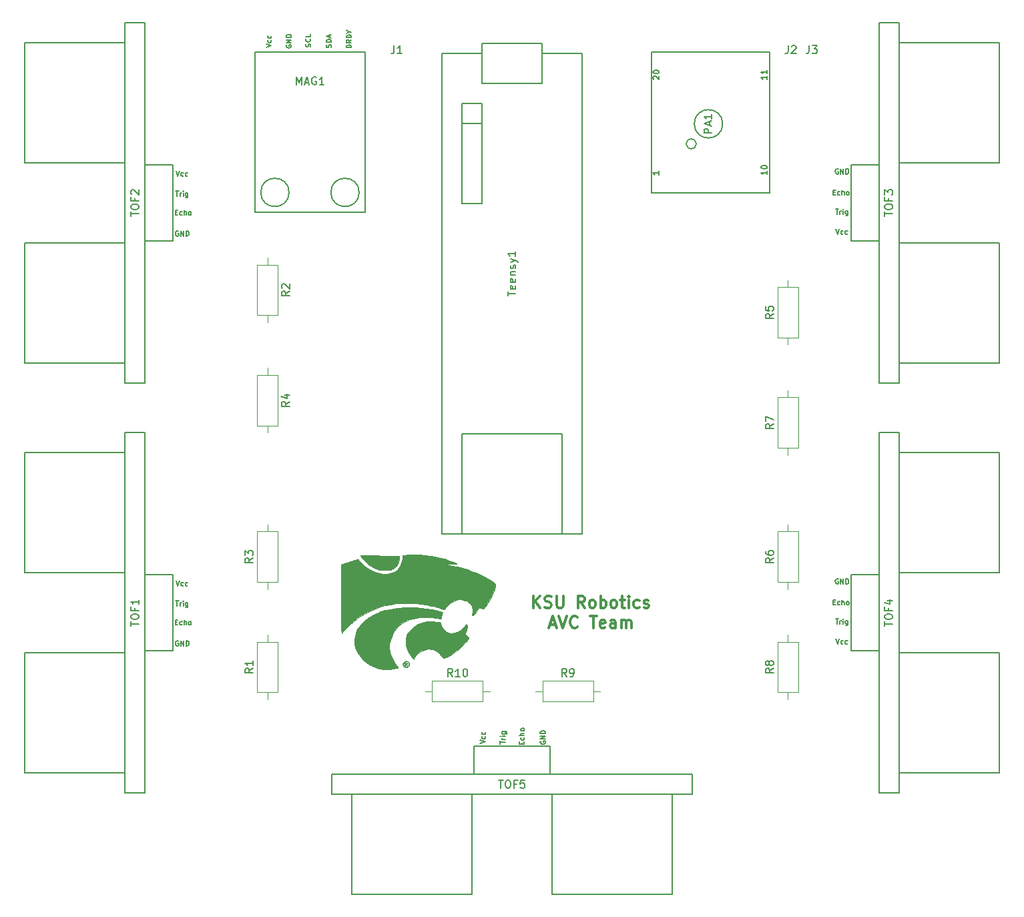
<source format=gbr>
%TF.GenerationSoftware,KiCad,Pcbnew,(5.1.10)-1*%
%TF.CreationDate,2021-11-04T17:31:58-05:00*%
%TF.ProjectId,gpsv1.1,67707376-312e-4312-9e6b-696361645f70,rev?*%
%TF.SameCoordinates,Original*%
%TF.FileFunction,Legend,Top*%
%TF.FilePolarity,Positive*%
%FSLAX46Y46*%
G04 Gerber Fmt 4.6, Leading zero omitted, Abs format (unit mm)*
G04 Created by KiCad (PCBNEW (5.1.10)-1) date 2021-11-04 17:31:58*
%MOMM*%
%LPD*%
G01*
G04 APERTURE LIST*
%ADD10C,0.300000*%
%ADD11C,0.010000*%
%ADD12C,0.150000*%
%ADD13C,0.120000*%
G04 APERTURE END LIST*
D10*
X92714285Y-125403571D02*
X92714285Y-123903571D01*
X93571428Y-125403571D02*
X92928571Y-124546428D01*
X93571428Y-123903571D02*
X92714285Y-124760714D01*
X94142857Y-125332142D02*
X94357142Y-125403571D01*
X94714285Y-125403571D01*
X94857142Y-125332142D01*
X94928571Y-125260714D01*
X95000000Y-125117857D01*
X95000000Y-124975000D01*
X94928571Y-124832142D01*
X94857142Y-124760714D01*
X94714285Y-124689285D01*
X94428571Y-124617857D01*
X94285714Y-124546428D01*
X94214285Y-124475000D01*
X94142857Y-124332142D01*
X94142857Y-124189285D01*
X94214285Y-124046428D01*
X94285714Y-123975000D01*
X94428571Y-123903571D01*
X94785714Y-123903571D01*
X95000000Y-123975000D01*
X95642857Y-123903571D02*
X95642857Y-125117857D01*
X95714285Y-125260714D01*
X95785714Y-125332142D01*
X95928571Y-125403571D01*
X96214285Y-125403571D01*
X96357142Y-125332142D01*
X96428571Y-125260714D01*
X96500000Y-125117857D01*
X96500000Y-123903571D01*
X99214285Y-125403571D02*
X98714285Y-124689285D01*
X98357142Y-125403571D02*
X98357142Y-123903571D01*
X98928571Y-123903571D01*
X99071428Y-123975000D01*
X99142857Y-124046428D01*
X99214285Y-124189285D01*
X99214285Y-124403571D01*
X99142857Y-124546428D01*
X99071428Y-124617857D01*
X98928571Y-124689285D01*
X98357142Y-124689285D01*
X100071428Y-125403571D02*
X99928571Y-125332142D01*
X99857142Y-125260714D01*
X99785714Y-125117857D01*
X99785714Y-124689285D01*
X99857142Y-124546428D01*
X99928571Y-124475000D01*
X100071428Y-124403571D01*
X100285714Y-124403571D01*
X100428571Y-124475000D01*
X100500000Y-124546428D01*
X100571428Y-124689285D01*
X100571428Y-125117857D01*
X100500000Y-125260714D01*
X100428571Y-125332142D01*
X100285714Y-125403571D01*
X100071428Y-125403571D01*
X101214285Y-125403571D02*
X101214285Y-123903571D01*
X101214285Y-124475000D02*
X101357142Y-124403571D01*
X101642857Y-124403571D01*
X101785714Y-124475000D01*
X101857142Y-124546428D01*
X101928571Y-124689285D01*
X101928571Y-125117857D01*
X101857142Y-125260714D01*
X101785714Y-125332142D01*
X101642857Y-125403571D01*
X101357142Y-125403571D01*
X101214285Y-125332142D01*
X102785714Y-125403571D02*
X102642857Y-125332142D01*
X102571428Y-125260714D01*
X102499999Y-125117857D01*
X102499999Y-124689285D01*
X102571428Y-124546428D01*
X102642857Y-124475000D01*
X102785714Y-124403571D01*
X102999999Y-124403571D01*
X103142857Y-124475000D01*
X103214285Y-124546428D01*
X103285714Y-124689285D01*
X103285714Y-125117857D01*
X103214285Y-125260714D01*
X103142857Y-125332142D01*
X102999999Y-125403571D01*
X102785714Y-125403571D01*
X103714285Y-124403571D02*
X104285714Y-124403571D01*
X103928571Y-123903571D02*
X103928571Y-125189285D01*
X103999999Y-125332142D01*
X104142857Y-125403571D01*
X104285714Y-125403571D01*
X104785714Y-125403571D02*
X104785714Y-124403571D01*
X104785714Y-123903571D02*
X104714285Y-123975000D01*
X104785714Y-124046428D01*
X104857142Y-123975000D01*
X104785714Y-123903571D01*
X104785714Y-124046428D01*
X106142857Y-125332142D02*
X105999999Y-125403571D01*
X105714285Y-125403571D01*
X105571428Y-125332142D01*
X105499999Y-125260714D01*
X105428571Y-125117857D01*
X105428571Y-124689285D01*
X105499999Y-124546428D01*
X105571428Y-124475000D01*
X105714285Y-124403571D01*
X105999999Y-124403571D01*
X106142857Y-124475000D01*
X106714285Y-125332142D02*
X106857142Y-125403571D01*
X107142857Y-125403571D01*
X107285714Y-125332142D01*
X107357142Y-125189285D01*
X107357142Y-125117857D01*
X107285714Y-124975000D01*
X107142857Y-124903571D01*
X106928571Y-124903571D01*
X106785714Y-124832142D01*
X106714285Y-124689285D01*
X106714285Y-124617857D01*
X106785714Y-124475000D01*
X106928571Y-124403571D01*
X107142857Y-124403571D01*
X107285714Y-124475000D01*
X94785714Y-127525000D02*
X95500000Y-127525000D01*
X94642857Y-127953571D02*
X95142857Y-126453571D01*
X95642857Y-127953571D01*
X95928571Y-126453571D02*
X96428571Y-127953571D01*
X96928571Y-126453571D01*
X98285714Y-127810714D02*
X98214285Y-127882142D01*
X98000000Y-127953571D01*
X97857142Y-127953571D01*
X97642857Y-127882142D01*
X97500000Y-127739285D01*
X97428571Y-127596428D01*
X97357142Y-127310714D01*
X97357142Y-127096428D01*
X97428571Y-126810714D01*
X97500000Y-126667857D01*
X97642857Y-126525000D01*
X97857142Y-126453571D01*
X98000000Y-126453571D01*
X98214285Y-126525000D01*
X98285714Y-126596428D01*
X99857142Y-126453571D02*
X100714285Y-126453571D01*
X100285714Y-127953571D02*
X100285714Y-126453571D01*
X101785714Y-127882142D02*
X101642857Y-127953571D01*
X101357142Y-127953571D01*
X101214285Y-127882142D01*
X101142857Y-127739285D01*
X101142857Y-127167857D01*
X101214285Y-127025000D01*
X101357142Y-126953571D01*
X101642857Y-126953571D01*
X101785714Y-127025000D01*
X101857142Y-127167857D01*
X101857142Y-127310714D01*
X101142857Y-127453571D01*
X103142857Y-127953571D02*
X103142857Y-127167857D01*
X103071428Y-127025000D01*
X102928571Y-126953571D01*
X102642857Y-126953571D01*
X102500000Y-127025000D01*
X103142857Y-127882142D02*
X103000000Y-127953571D01*
X102642857Y-127953571D01*
X102500000Y-127882142D01*
X102428571Y-127739285D01*
X102428571Y-127596428D01*
X102500000Y-127453571D01*
X102642857Y-127382142D01*
X103000000Y-127382142D01*
X103142857Y-127310714D01*
X103857142Y-127953571D02*
X103857142Y-126953571D01*
X103857142Y-127096428D02*
X103928571Y-127025000D01*
X104071428Y-126953571D01*
X104285714Y-126953571D01*
X104428571Y-127025000D01*
X104500000Y-127167857D01*
X104500000Y-127953571D01*
X104500000Y-127167857D02*
X104571428Y-127025000D01*
X104714285Y-126953571D01*
X104928571Y-126953571D01*
X105071428Y-127025000D01*
X105142857Y-127167857D01*
X105142857Y-127953571D01*
D11*
%TO.C,G\u002A\u002A\u002A*%
G36*
X76507956Y-132334097D02*
G01*
X76584337Y-132343710D01*
X76646274Y-132357752D01*
X76677289Y-132371337D01*
X76703403Y-132415509D01*
X76705677Y-132473082D01*
X76688087Y-132529635D01*
X76654611Y-132570749D01*
X76618965Y-132582833D01*
X76614809Y-132595808D01*
X76636222Y-132627355D01*
X76638999Y-132630458D01*
X76678004Y-132680232D01*
X76711198Y-132733881D01*
X76729048Y-132775478D01*
X76730000Y-132782525D01*
X76712836Y-132793303D01*
X76699649Y-132794500D01*
X76671284Y-132778134D01*
X76632308Y-132736337D01*
X76609040Y-132704541D01*
X76554943Y-132639099D01*
X76502685Y-132609914D01*
X76491224Y-132607885D01*
X76456045Y-132606621D01*
X76439232Y-132620715D01*
X76434028Y-132660730D01*
X76433667Y-132697844D01*
X76429628Y-132761133D01*
X76415856Y-132790269D01*
X76401917Y-132794500D01*
X76387781Y-132787891D01*
X76378443Y-132763613D01*
X76373006Y-132714991D01*
X76370569Y-132635347D01*
X76370167Y-132558768D01*
X76370167Y-132465626D01*
X76433376Y-132465626D01*
X76441796Y-132509986D01*
X76470714Y-132533138D01*
X76522755Y-132539588D01*
X76581786Y-132528482D01*
X76604392Y-132518588D01*
X76638932Y-132485658D01*
X76638747Y-132449632D01*
X76610106Y-132417969D01*
X76559280Y-132398127D01*
X76501593Y-132396320D01*
X76451935Y-132418732D01*
X76433376Y-132465626D01*
X76370167Y-132465626D01*
X76370167Y-132323037D01*
X76507956Y-132334097D01*
G37*
X76507956Y-132334097D02*
X76584337Y-132343710D01*
X76646274Y-132357752D01*
X76677289Y-132371337D01*
X76703403Y-132415509D01*
X76705677Y-132473082D01*
X76688087Y-132529635D01*
X76654611Y-132570749D01*
X76618965Y-132582833D01*
X76614809Y-132595808D01*
X76636222Y-132627355D01*
X76638999Y-132630458D01*
X76678004Y-132680232D01*
X76711198Y-132733881D01*
X76729048Y-132775478D01*
X76730000Y-132782525D01*
X76712836Y-132793303D01*
X76699649Y-132794500D01*
X76671284Y-132778134D01*
X76632308Y-132736337D01*
X76609040Y-132704541D01*
X76554943Y-132639099D01*
X76502685Y-132609914D01*
X76491224Y-132607885D01*
X76456045Y-132606621D01*
X76439232Y-132620715D01*
X76434028Y-132660730D01*
X76433667Y-132697844D01*
X76429628Y-132761133D01*
X76415856Y-132790269D01*
X76401917Y-132794500D01*
X76387781Y-132787891D01*
X76378443Y-132763613D01*
X76373006Y-132714991D01*
X76370569Y-132635347D01*
X76370167Y-132558768D01*
X76370167Y-132465626D01*
X76433376Y-132465626D01*
X76441796Y-132509986D01*
X76470714Y-132533138D01*
X76522755Y-132539588D01*
X76581786Y-132528482D01*
X76604392Y-132518588D01*
X76638932Y-132485658D01*
X76638747Y-132449632D01*
X76610106Y-132417969D01*
X76559280Y-132398127D01*
X76501593Y-132396320D01*
X76451935Y-132418732D01*
X76433376Y-132465626D01*
X76370167Y-132465626D01*
X76370167Y-132323037D01*
X76507956Y-132334097D01*
G36*
X71243091Y-118774170D02*
G01*
X71436805Y-118774347D01*
X71656983Y-118774648D01*
X71900981Y-118775071D01*
X72166155Y-118775612D01*
X72449858Y-118776268D01*
X72749448Y-118777035D01*
X73062278Y-118777910D01*
X73221625Y-118778383D01*
X75671667Y-118785800D01*
X75671582Y-118969192D01*
X75667613Y-119082521D01*
X75657223Y-119211528D01*
X75642551Y-119330430D01*
X75640557Y-119343083D01*
X75592496Y-119570833D01*
X75525363Y-119767812D01*
X75434823Y-119942938D01*
X75316539Y-120105126D01*
X75217357Y-120213269D01*
X75125597Y-120301854D01*
X75046292Y-120367298D01*
X74965689Y-120419707D01*
X74870036Y-120469187D01*
X74867334Y-120470474D01*
X74758090Y-120520375D01*
X74661009Y-120558809D01*
X74567633Y-120587342D01*
X74469506Y-120607540D01*
X74358169Y-120620967D01*
X74225166Y-120629190D01*
X74062040Y-120633774D01*
X73978334Y-120635045D01*
X73842896Y-120636304D01*
X73718316Y-120636604D01*
X73612131Y-120635993D01*
X73531879Y-120634522D01*
X73485098Y-120632240D01*
X73480917Y-120631761D01*
X73124848Y-120562998D01*
X72781813Y-120456688D01*
X72450072Y-120311936D01*
X72127882Y-120127851D01*
X71813501Y-119903541D01*
X71505187Y-119638113D01*
X71462180Y-119597402D01*
X71389286Y-119524786D01*
X71306043Y-119437187D01*
X71216580Y-119339471D01*
X71125030Y-119236501D01*
X71035522Y-119133143D01*
X70952189Y-119034261D01*
X70879161Y-118944721D01*
X70820569Y-118869387D01*
X70780545Y-118813124D01*
X70763218Y-118780796D01*
X70764059Y-118775272D01*
X70785778Y-118774775D01*
X70847186Y-118774420D01*
X70945637Y-118774203D01*
X71078487Y-118774121D01*
X71243091Y-118774170D01*
G37*
X71243091Y-118774170D02*
X71436805Y-118774347D01*
X71656983Y-118774648D01*
X71900981Y-118775071D01*
X72166155Y-118775612D01*
X72449858Y-118776268D01*
X72749448Y-118777035D01*
X73062278Y-118777910D01*
X73221625Y-118778383D01*
X75671667Y-118785800D01*
X75671582Y-118969192D01*
X75667613Y-119082521D01*
X75657223Y-119211528D01*
X75642551Y-119330430D01*
X75640557Y-119343083D01*
X75592496Y-119570833D01*
X75525363Y-119767812D01*
X75434823Y-119942938D01*
X75316539Y-120105126D01*
X75217357Y-120213269D01*
X75125597Y-120301854D01*
X75046292Y-120367298D01*
X74965689Y-120419707D01*
X74870036Y-120469187D01*
X74867334Y-120470474D01*
X74758090Y-120520375D01*
X74661009Y-120558809D01*
X74567633Y-120587342D01*
X74469506Y-120607540D01*
X74358169Y-120620967D01*
X74225166Y-120629190D01*
X74062040Y-120633774D01*
X73978334Y-120635045D01*
X73842896Y-120636304D01*
X73718316Y-120636604D01*
X73612131Y-120635993D01*
X73531879Y-120634522D01*
X73485098Y-120632240D01*
X73480917Y-120631761D01*
X73124848Y-120562998D01*
X72781813Y-120456688D01*
X72450072Y-120311936D01*
X72127882Y-120127851D01*
X71813501Y-119903541D01*
X71505187Y-119638113D01*
X71462180Y-119597402D01*
X71389286Y-119524786D01*
X71306043Y-119437187D01*
X71216580Y-119339471D01*
X71125030Y-119236501D01*
X71035522Y-119133143D01*
X70952189Y-119034261D01*
X70879161Y-118944721D01*
X70820569Y-118869387D01*
X70780545Y-118813124D01*
X70763218Y-118780796D01*
X70764059Y-118775272D01*
X70785778Y-118774775D01*
X70847186Y-118774420D01*
X70945637Y-118774203D01*
X71078487Y-118774121D01*
X71243091Y-118774170D01*
G36*
X77986154Y-118661548D02*
G01*
X78213459Y-118668001D01*
X78349250Y-118674404D01*
X79015461Y-118725126D01*
X79651449Y-118801273D01*
X80261598Y-118903888D01*
X80850290Y-119034012D01*
X81421908Y-119192688D01*
X81980837Y-119380958D01*
X82531459Y-119599865D01*
X82862342Y-119747591D01*
X82928167Y-119779832D01*
X82975589Y-119806201D01*
X82994607Y-119821124D01*
X82994634Y-119821326D01*
X82974775Y-119825913D01*
X82919040Y-119831253D01*
X82833868Y-119836922D01*
X82725700Y-119842500D01*
X82600977Y-119847562D01*
X82587875Y-119848023D01*
X82350427Y-119856494D01*
X82152977Y-119864119D01*
X81993204Y-119871058D01*
X81868786Y-119877470D01*
X81777399Y-119883517D01*
X81716721Y-119889358D01*
X81684430Y-119895153D01*
X81678204Y-119901063D01*
X81695720Y-119907248D01*
X81704167Y-119908976D01*
X82409115Y-120051636D01*
X83075147Y-120205196D01*
X83704441Y-120370387D01*
X84299175Y-120547941D01*
X84861528Y-120738589D01*
X85393676Y-120943063D01*
X85897798Y-121162095D01*
X86376073Y-121396417D01*
X86766342Y-121609553D01*
X86899710Y-121688586D01*
X87043315Y-121778099D01*
X87191599Y-121874218D01*
X87339006Y-121973068D01*
X87479978Y-122070772D01*
X87608958Y-122163455D01*
X87720389Y-122247243D01*
X87808712Y-122318260D01*
X87868372Y-122372630D01*
X87881747Y-122387364D01*
X87890729Y-122425792D01*
X87886230Y-122499018D01*
X87869330Y-122602087D01*
X87841110Y-122730048D01*
X87802649Y-122877948D01*
X87755029Y-123040833D01*
X87705477Y-123195416D01*
X87545442Y-123626337D01*
X87356489Y-124044077D01*
X87134709Y-124456490D01*
X86876194Y-124871433D01*
X86857588Y-124899333D01*
X86763025Y-125037546D01*
X86671194Y-125166157D01*
X86585517Y-125280821D01*
X86509422Y-125377194D01*
X86446331Y-125450932D01*
X86399671Y-125497691D01*
X86373633Y-125513166D01*
X86342966Y-125508667D01*
X86279645Y-125496346D01*
X86192254Y-125477965D01*
X86089374Y-125455287D01*
X86064500Y-125449666D01*
X85959849Y-125426302D01*
X85869292Y-125406824D01*
X85801212Y-125392980D01*
X85763994Y-125386520D01*
X85760606Y-125386263D01*
X85741531Y-125404043D01*
X85709116Y-125451983D01*
X85668407Y-125522109D01*
X85636695Y-125582055D01*
X85518148Y-125798604D01*
X85398910Y-125985328D01*
X85281029Y-126139700D01*
X85166557Y-126259194D01*
X85057543Y-126341283D01*
X84996502Y-126371190D01*
X84938083Y-126390416D01*
X84897329Y-126398118D01*
X84887364Y-126396252D01*
X84886930Y-126371712D01*
X84896108Y-126316556D01*
X84913066Y-126240923D01*
X84921412Y-126207988D01*
X84966314Y-125978181D01*
X84983174Y-125746432D01*
X84972501Y-125521152D01*
X84934805Y-125310752D01*
X84870595Y-125123642D01*
X84853568Y-125087650D01*
X84768318Y-124946566D01*
X84660513Y-124822587D01*
X84526629Y-124713478D01*
X84363140Y-124617000D01*
X84166522Y-124530918D01*
X83933251Y-124452993D01*
X83791794Y-124413776D01*
X83666912Y-124381412D01*
X83573608Y-124358632D01*
X83502504Y-124344300D01*
X83444223Y-124337281D01*
X83389390Y-124336440D01*
X83328628Y-124340641D01*
X83253668Y-124348627D01*
X82978609Y-124400242D01*
X82706187Y-124492763D01*
X82439857Y-124624768D01*
X82201656Y-124780992D01*
X82064736Y-124891609D01*
X81917055Y-125027200D01*
X81769749Y-125176506D01*
X81633953Y-125328271D01*
X81526200Y-125463858D01*
X81401151Y-125633889D01*
X81243478Y-125573175D01*
X81046647Y-125502522D01*
X80815424Y-125428275D01*
X80557382Y-125352408D01*
X80280095Y-125276891D01*
X79991135Y-125203697D01*
X79698076Y-125134799D01*
X79408492Y-125072169D01*
X79129956Y-125017778D01*
X79067384Y-125006487D01*
X78452686Y-124912269D01*
X77828040Y-124845205D01*
X77201289Y-124805578D01*
X76580279Y-124793668D01*
X75972853Y-124809759D01*
X75386854Y-124854132D01*
X75248334Y-124869246D01*
X74585565Y-124966210D01*
X73938596Y-125101334D01*
X73308511Y-125274204D01*
X72696401Y-125484407D01*
X72103351Y-125731530D01*
X71530449Y-126015160D01*
X70978784Y-126334884D01*
X70449442Y-126690287D01*
X70443500Y-126694572D01*
X69947986Y-127076097D01*
X69474309Y-127490072D01*
X69019730Y-127939045D01*
X68583194Y-128423583D01*
X68511073Y-128508147D01*
X68448018Y-128581892D01*
X68399472Y-128638464D01*
X68370881Y-128671511D01*
X68366430Y-128676525D01*
X68364546Y-128657738D01*
X68362725Y-128598375D01*
X68360975Y-128500194D01*
X68359303Y-128364950D01*
X68357716Y-128194402D01*
X68356222Y-127990307D01*
X68354828Y-127754421D01*
X68353542Y-127488503D01*
X68352371Y-127194308D01*
X68351322Y-126873595D01*
X68350404Y-126528120D01*
X68349622Y-126159640D01*
X68348985Y-125769914D01*
X68348500Y-125360697D01*
X68348174Y-124933748D01*
X68348015Y-124490823D01*
X68348000Y-124302897D01*
X68348000Y-119909161D01*
X68469709Y-119864987D01*
X68515108Y-119849179D01*
X68595979Y-119821741D01*
X68707574Y-119784256D01*
X68845148Y-119738307D01*
X69003952Y-119685478D01*
X69179241Y-119627351D01*
X69366266Y-119565509D01*
X69501584Y-119520872D01*
X69689504Y-119458922D01*
X69865282Y-119400932D01*
X70024790Y-119348269D01*
X70163897Y-119302297D01*
X70278474Y-119264382D01*
X70364391Y-119235889D01*
X70417519Y-119218184D01*
X70433623Y-119212710D01*
X70454850Y-119224893D01*
X70495885Y-119264196D01*
X70550589Y-119324292D01*
X70605849Y-119390203D01*
X70809845Y-119622820D01*
X71044643Y-119857206D01*
X71300077Y-120084457D01*
X71565982Y-120295670D01*
X71832196Y-120481939D01*
X71904844Y-120528064D01*
X72215717Y-120701722D01*
X72536926Y-120845038D01*
X72864579Y-120957651D01*
X73194784Y-121039195D01*
X73523648Y-121089307D01*
X73847279Y-121107623D01*
X74161785Y-121093779D01*
X74463273Y-121047412D01*
X74747851Y-120968157D01*
X75011627Y-120855651D01*
X75070764Y-120824020D01*
X75312294Y-120666500D01*
X75521824Y-120481712D01*
X75698715Y-120270825D01*
X75842323Y-120035009D01*
X75952008Y-119775435D01*
X76027130Y-119493272D01*
X76067046Y-119189692D01*
X76073834Y-118993464D01*
X76073834Y-118744640D01*
X76163792Y-118731684D01*
X76322164Y-118712908D01*
X76515329Y-118696600D01*
X76735809Y-118682955D01*
X76976123Y-118672170D01*
X77228794Y-118664441D01*
X77486343Y-118659964D01*
X77741289Y-118658934D01*
X77986154Y-118661548D01*
G37*
X77986154Y-118661548D02*
X78213459Y-118668001D01*
X78349250Y-118674404D01*
X79015461Y-118725126D01*
X79651449Y-118801273D01*
X80261598Y-118903888D01*
X80850290Y-119034012D01*
X81421908Y-119192688D01*
X81980837Y-119380958D01*
X82531459Y-119599865D01*
X82862342Y-119747591D01*
X82928167Y-119779832D01*
X82975589Y-119806201D01*
X82994607Y-119821124D01*
X82994634Y-119821326D01*
X82974775Y-119825913D01*
X82919040Y-119831253D01*
X82833868Y-119836922D01*
X82725700Y-119842500D01*
X82600977Y-119847562D01*
X82587875Y-119848023D01*
X82350427Y-119856494D01*
X82152977Y-119864119D01*
X81993204Y-119871058D01*
X81868786Y-119877470D01*
X81777399Y-119883517D01*
X81716721Y-119889358D01*
X81684430Y-119895153D01*
X81678204Y-119901063D01*
X81695720Y-119907248D01*
X81704167Y-119908976D01*
X82409115Y-120051636D01*
X83075147Y-120205196D01*
X83704441Y-120370387D01*
X84299175Y-120547941D01*
X84861528Y-120738589D01*
X85393676Y-120943063D01*
X85897798Y-121162095D01*
X86376073Y-121396417D01*
X86766342Y-121609553D01*
X86899710Y-121688586D01*
X87043315Y-121778099D01*
X87191599Y-121874218D01*
X87339006Y-121973068D01*
X87479978Y-122070772D01*
X87608958Y-122163455D01*
X87720389Y-122247243D01*
X87808712Y-122318260D01*
X87868372Y-122372630D01*
X87881747Y-122387364D01*
X87890729Y-122425792D01*
X87886230Y-122499018D01*
X87869330Y-122602087D01*
X87841110Y-122730048D01*
X87802649Y-122877948D01*
X87755029Y-123040833D01*
X87705477Y-123195416D01*
X87545442Y-123626337D01*
X87356489Y-124044077D01*
X87134709Y-124456490D01*
X86876194Y-124871433D01*
X86857588Y-124899333D01*
X86763025Y-125037546D01*
X86671194Y-125166157D01*
X86585517Y-125280821D01*
X86509422Y-125377194D01*
X86446331Y-125450932D01*
X86399671Y-125497691D01*
X86373633Y-125513166D01*
X86342966Y-125508667D01*
X86279645Y-125496346D01*
X86192254Y-125477965D01*
X86089374Y-125455287D01*
X86064500Y-125449666D01*
X85959849Y-125426302D01*
X85869292Y-125406824D01*
X85801212Y-125392980D01*
X85763994Y-125386520D01*
X85760606Y-125386263D01*
X85741531Y-125404043D01*
X85709116Y-125451983D01*
X85668407Y-125522109D01*
X85636695Y-125582055D01*
X85518148Y-125798604D01*
X85398910Y-125985328D01*
X85281029Y-126139700D01*
X85166557Y-126259194D01*
X85057543Y-126341283D01*
X84996502Y-126371190D01*
X84938083Y-126390416D01*
X84897329Y-126398118D01*
X84887364Y-126396252D01*
X84886930Y-126371712D01*
X84896108Y-126316556D01*
X84913066Y-126240923D01*
X84921412Y-126207988D01*
X84966314Y-125978181D01*
X84983174Y-125746432D01*
X84972501Y-125521152D01*
X84934805Y-125310752D01*
X84870595Y-125123642D01*
X84853568Y-125087650D01*
X84768318Y-124946566D01*
X84660513Y-124822587D01*
X84526629Y-124713478D01*
X84363140Y-124617000D01*
X84166522Y-124530918D01*
X83933251Y-124452993D01*
X83791794Y-124413776D01*
X83666912Y-124381412D01*
X83573608Y-124358632D01*
X83502504Y-124344300D01*
X83444223Y-124337281D01*
X83389390Y-124336440D01*
X83328628Y-124340641D01*
X83253668Y-124348627D01*
X82978609Y-124400242D01*
X82706187Y-124492763D01*
X82439857Y-124624768D01*
X82201656Y-124780992D01*
X82064736Y-124891609D01*
X81917055Y-125027200D01*
X81769749Y-125176506D01*
X81633953Y-125328271D01*
X81526200Y-125463858D01*
X81401151Y-125633889D01*
X81243478Y-125573175D01*
X81046647Y-125502522D01*
X80815424Y-125428275D01*
X80557382Y-125352408D01*
X80280095Y-125276891D01*
X79991135Y-125203697D01*
X79698076Y-125134799D01*
X79408492Y-125072169D01*
X79129956Y-125017778D01*
X79067384Y-125006487D01*
X78452686Y-124912269D01*
X77828040Y-124845205D01*
X77201289Y-124805578D01*
X76580279Y-124793668D01*
X75972853Y-124809759D01*
X75386854Y-124854132D01*
X75248334Y-124869246D01*
X74585565Y-124966210D01*
X73938596Y-125101334D01*
X73308511Y-125274204D01*
X72696401Y-125484407D01*
X72103351Y-125731530D01*
X71530449Y-126015160D01*
X70978784Y-126334884D01*
X70449442Y-126690287D01*
X70443500Y-126694572D01*
X69947986Y-127076097D01*
X69474309Y-127490072D01*
X69019730Y-127939045D01*
X68583194Y-128423583D01*
X68511073Y-128508147D01*
X68448018Y-128581892D01*
X68399472Y-128638464D01*
X68370881Y-128671511D01*
X68366430Y-128676525D01*
X68364546Y-128657738D01*
X68362725Y-128598375D01*
X68360975Y-128500194D01*
X68359303Y-128364950D01*
X68357716Y-128194402D01*
X68356222Y-127990307D01*
X68354828Y-127754421D01*
X68353542Y-127488503D01*
X68352371Y-127194308D01*
X68351322Y-126873595D01*
X68350404Y-126528120D01*
X68349622Y-126159640D01*
X68348985Y-125769914D01*
X68348500Y-125360697D01*
X68348174Y-124933748D01*
X68348015Y-124490823D01*
X68348000Y-124302897D01*
X68348000Y-119909161D01*
X68469709Y-119864987D01*
X68515108Y-119849179D01*
X68595979Y-119821741D01*
X68707574Y-119784256D01*
X68845148Y-119738307D01*
X69003952Y-119685478D01*
X69179241Y-119627351D01*
X69366266Y-119565509D01*
X69501584Y-119520872D01*
X69689504Y-119458922D01*
X69865282Y-119400932D01*
X70024790Y-119348269D01*
X70163897Y-119302297D01*
X70278474Y-119264382D01*
X70364391Y-119235889D01*
X70417519Y-119218184D01*
X70433623Y-119212710D01*
X70454850Y-119224893D01*
X70495885Y-119264196D01*
X70550589Y-119324292D01*
X70605849Y-119390203D01*
X70809845Y-119622820D01*
X71044643Y-119857206D01*
X71300077Y-120084457D01*
X71565982Y-120295670D01*
X71832196Y-120481939D01*
X71904844Y-120528064D01*
X72215717Y-120701722D01*
X72536926Y-120845038D01*
X72864579Y-120957651D01*
X73194784Y-121039195D01*
X73523648Y-121089307D01*
X73847279Y-121107623D01*
X74161785Y-121093779D01*
X74463273Y-121047412D01*
X74747851Y-120968157D01*
X75011627Y-120855651D01*
X75070764Y-120824020D01*
X75312294Y-120666500D01*
X75521824Y-120481712D01*
X75698715Y-120270825D01*
X75842323Y-120035009D01*
X75952008Y-119775435D01*
X76027130Y-119493272D01*
X76067046Y-119189692D01*
X76073834Y-118993464D01*
X76073834Y-118744640D01*
X76163792Y-118731684D01*
X76322164Y-118712908D01*
X76515329Y-118696600D01*
X76735809Y-118682955D01*
X76976123Y-118672170D01*
X77228794Y-118664441D01*
X77486343Y-118659964D01*
X77741289Y-118658934D01*
X77986154Y-118661548D01*
G36*
X79862982Y-127131162D02*
G01*
X80010614Y-127139733D01*
X80142368Y-127151287D01*
X80286422Y-127166779D01*
X80433812Y-127184962D01*
X80575574Y-127204590D01*
X80702744Y-127224417D01*
X80806360Y-127243195D01*
X80877457Y-127259678D01*
X80881349Y-127260824D01*
X80908571Y-127288103D01*
X80928058Y-127342981D01*
X80929372Y-127349973D01*
X80952691Y-127442306D01*
X80993003Y-127558777D01*
X81045307Y-127687352D01*
X81104600Y-127815997D01*
X81165880Y-127932679D01*
X81185560Y-127966300D01*
X81328816Y-128169875D01*
X81490707Y-128338579D01*
X81669101Y-128470529D01*
X81861863Y-128563843D01*
X81862917Y-128564230D01*
X81974476Y-128592801D01*
X82113127Y-128609780D01*
X82265190Y-128614969D01*
X82416986Y-128608172D01*
X82554835Y-128589191D01*
X82614334Y-128575048D01*
X82713416Y-128548498D01*
X82821627Y-128521723D01*
X82885441Y-128507145D01*
X83028526Y-128463306D01*
X83187958Y-128392222D01*
X83352938Y-128299132D01*
X83457749Y-128229507D01*
X83554973Y-128153341D01*
X83668425Y-128052736D01*
X83788784Y-127937007D01*
X83906729Y-127815467D01*
X84012938Y-127697432D01*
X84098091Y-127592216D01*
X84105492Y-127582208D01*
X84155120Y-127516814D01*
X84196227Y-127467154D01*
X84222015Y-127441281D01*
X84226088Y-127439333D01*
X84243735Y-127458593D01*
X84261072Y-127508867D01*
X84275546Y-127578894D01*
X84284605Y-127657415D01*
X84286382Y-127705320D01*
X84276011Y-127849438D01*
X84246598Y-128018055D01*
X84201121Y-128199512D01*
X84142555Y-128382152D01*
X84073876Y-128554315D01*
X84064207Y-128575653D01*
X83994204Y-128727723D01*
X84150928Y-128847764D01*
X84279913Y-128955292D01*
X84376488Y-129057133D01*
X84448203Y-129161576D01*
X84464856Y-129192413D01*
X84485463Y-129237058D01*
X84487331Y-129268941D01*
X84467736Y-129305401D01*
X84441582Y-129340579D01*
X84339042Y-129468474D01*
X84210447Y-129618142D01*
X84061662Y-129783549D01*
X83898554Y-129958665D01*
X83726989Y-130137458D01*
X83552835Y-130313896D01*
X83381957Y-130481946D01*
X83220222Y-130635577D01*
X83073497Y-130768757D01*
X82953000Y-130871128D01*
X82723821Y-131051383D01*
X82513427Y-131204575D01*
X82313489Y-131336152D01*
X82115682Y-131451565D01*
X81911680Y-131556262D01*
X81891170Y-131566090D01*
X81785301Y-131613142D01*
X81668141Y-131659691D01*
X81549081Y-131702575D01*
X81437513Y-131738636D01*
X81342829Y-131764715D01*
X81274420Y-131777651D01*
X81259767Y-131778500D01*
X81229747Y-131761249D01*
X81181900Y-131712617D01*
X81120572Y-131637285D01*
X81087821Y-131593291D01*
X80933147Y-131400595D01*
X80757482Y-131216676D01*
X80572181Y-131052584D01*
X80409189Y-130932720D01*
X80160909Y-130791703D01*
X79908280Y-130692741D01*
X79651684Y-130635819D01*
X79391506Y-130620923D01*
X79128126Y-130648039D01*
X78861929Y-130717154D01*
X78593297Y-130828253D01*
X78322613Y-130981323D01*
X78278367Y-131010221D01*
X78071076Y-131162990D01*
X77893995Y-131324379D01*
X77750249Y-131490865D01*
X77642960Y-131658926D01*
X77585707Y-131791456D01*
X77538917Y-131930494D01*
X77365692Y-131732788D01*
X77159835Y-131477556D01*
X76975722Y-131208293D01*
X76816770Y-130931482D01*
X76686395Y-130653603D01*
X76588016Y-130381139D01*
X76529988Y-130147677D01*
X76508134Y-129984184D01*
X76498375Y-129798962D01*
X76500553Y-129607808D01*
X76514511Y-129426519D01*
X76538694Y-129277106D01*
X76615603Y-129012231D01*
X76727598Y-128758045D01*
X76876553Y-128511382D01*
X77064340Y-128269075D01*
X77256870Y-128063202D01*
X77397721Y-127930991D01*
X77550694Y-127800409D01*
X77706505Y-127678629D01*
X77855869Y-127572819D01*
X77989502Y-127490151D01*
X78021040Y-127473063D01*
X78271738Y-127361275D01*
X78553591Y-127269962D01*
X78860119Y-127200209D01*
X79184846Y-127153101D01*
X79521293Y-127129723D01*
X79862982Y-127131162D01*
G37*
X79862982Y-127131162D02*
X80010614Y-127139733D01*
X80142368Y-127151287D01*
X80286422Y-127166779D01*
X80433812Y-127184962D01*
X80575574Y-127204590D01*
X80702744Y-127224417D01*
X80806360Y-127243195D01*
X80877457Y-127259678D01*
X80881349Y-127260824D01*
X80908571Y-127288103D01*
X80928058Y-127342981D01*
X80929372Y-127349973D01*
X80952691Y-127442306D01*
X80993003Y-127558777D01*
X81045307Y-127687352D01*
X81104600Y-127815997D01*
X81165880Y-127932679D01*
X81185560Y-127966300D01*
X81328816Y-128169875D01*
X81490707Y-128338579D01*
X81669101Y-128470529D01*
X81861863Y-128563843D01*
X81862917Y-128564230D01*
X81974476Y-128592801D01*
X82113127Y-128609780D01*
X82265190Y-128614969D01*
X82416986Y-128608172D01*
X82554835Y-128589191D01*
X82614334Y-128575048D01*
X82713416Y-128548498D01*
X82821627Y-128521723D01*
X82885441Y-128507145D01*
X83028526Y-128463306D01*
X83187958Y-128392222D01*
X83352938Y-128299132D01*
X83457749Y-128229507D01*
X83554973Y-128153341D01*
X83668425Y-128052736D01*
X83788784Y-127937007D01*
X83906729Y-127815467D01*
X84012938Y-127697432D01*
X84098091Y-127592216D01*
X84105492Y-127582208D01*
X84155120Y-127516814D01*
X84196227Y-127467154D01*
X84222015Y-127441281D01*
X84226088Y-127439333D01*
X84243735Y-127458593D01*
X84261072Y-127508867D01*
X84275546Y-127578894D01*
X84284605Y-127657415D01*
X84286382Y-127705320D01*
X84276011Y-127849438D01*
X84246598Y-128018055D01*
X84201121Y-128199512D01*
X84142555Y-128382152D01*
X84073876Y-128554315D01*
X84064207Y-128575653D01*
X83994204Y-128727723D01*
X84150928Y-128847764D01*
X84279913Y-128955292D01*
X84376488Y-129057133D01*
X84448203Y-129161576D01*
X84464856Y-129192413D01*
X84485463Y-129237058D01*
X84487331Y-129268941D01*
X84467736Y-129305401D01*
X84441582Y-129340579D01*
X84339042Y-129468474D01*
X84210447Y-129618142D01*
X84061662Y-129783549D01*
X83898554Y-129958665D01*
X83726989Y-130137458D01*
X83552835Y-130313896D01*
X83381957Y-130481946D01*
X83220222Y-130635577D01*
X83073497Y-130768757D01*
X82953000Y-130871128D01*
X82723821Y-131051383D01*
X82513427Y-131204575D01*
X82313489Y-131336152D01*
X82115682Y-131451565D01*
X81911680Y-131556262D01*
X81891170Y-131566090D01*
X81785301Y-131613142D01*
X81668141Y-131659691D01*
X81549081Y-131702575D01*
X81437513Y-131738636D01*
X81342829Y-131764715D01*
X81274420Y-131777651D01*
X81259767Y-131778500D01*
X81229747Y-131761249D01*
X81181900Y-131712617D01*
X81120572Y-131637285D01*
X81087821Y-131593291D01*
X80933147Y-131400595D01*
X80757482Y-131216676D01*
X80572181Y-131052584D01*
X80409189Y-130932720D01*
X80160909Y-130791703D01*
X79908280Y-130692741D01*
X79651684Y-130635819D01*
X79391506Y-130620923D01*
X79128126Y-130648039D01*
X78861929Y-130717154D01*
X78593297Y-130828253D01*
X78322613Y-130981323D01*
X78278367Y-131010221D01*
X78071076Y-131162990D01*
X77893995Y-131324379D01*
X77750249Y-131490865D01*
X77642960Y-131658926D01*
X77585707Y-131791456D01*
X77538917Y-131930494D01*
X77365692Y-131732788D01*
X77159835Y-131477556D01*
X76975722Y-131208293D01*
X76816770Y-130931482D01*
X76686395Y-130653603D01*
X76588016Y-130381139D01*
X76529988Y-130147677D01*
X76508134Y-129984184D01*
X76498375Y-129798962D01*
X76500553Y-129607808D01*
X76514511Y-129426519D01*
X76538694Y-129277106D01*
X76615603Y-129012231D01*
X76727598Y-128758045D01*
X76876553Y-128511382D01*
X77064340Y-128269075D01*
X77256870Y-128063202D01*
X77397721Y-127930991D01*
X77550694Y-127800409D01*
X77706505Y-127678629D01*
X77855869Y-127572819D01*
X77989502Y-127490151D01*
X78021040Y-127473063D01*
X78271738Y-127361275D01*
X78553591Y-127269962D01*
X78860119Y-127200209D01*
X79184846Y-127153101D01*
X79521293Y-127129723D01*
X79862982Y-127131162D01*
G36*
X76682444Y-132157708D02*
G01*
X76711540Y-132168428D01*
X76789064Y-132215637D01*
X76864226Y-132285106D01*
X76922215Y-132361912D01*
X76940369Y-132399002D01*
X76953957Y-132456636D01*
X76961945Y-132532256D01*
X76962834Y-132563887D01*
X76943214Y-132692830D01*
X76887271Y-132804447D01*
X76799376Y-132893072D01*
X76683901Y-132953039D01*
X76655917Y-132961636D01*
X76594597Y-132977109D01*
X76551508Y-132981235D01*
X76504213Y-132974420D01*
X76463949Y-132965122D01*
X76345152Y-132917184D01*
X76251079Y-132840642D01*
X76184154Y-132742839D01*
X76146800Y-132631117D01*
X76141440Y-132512818D01*
X76142053Y-132510338D01*
X76210022Y-132510338D01*
X76212528Y-132614040D01*
X76245521Y-132711408D01*
X76305954Y-132795376D01*
X76390777Y-132858877D01*
X76496939Y-132894846D01*
X76562498Y-132900333D01*
X76668859Y-132883792D01*
X76730215Y-132852708D01*
X76820677Y-132773494D01*
X76874140Y-132681040D01*
X76894040Y-132588142D01*
X76887143Y-132472202D01*
X76847359Y-132373172D01*
X76781592Y-132294307D01*
X76696745Y-132238861D01*
X76599725Y-132210089D01*
X76497434Y-132211247D01*
X76396777Y-132245588D01*
X76308677Y-132312198D01*
X76241056Y-132407368D01*
X76210022Y-132510338D01*
X76142053Y-132510338D01*
X76170497Y-132395284D01*
X76236394Y-132285856D01*
X76238818Y-132282950D01*
X76329907Y-132205512D01*
X76442227Y-132156882D01*
X76563749Y-132139977D01*
X76682444Y-132157708D01*
G37*
X76682444Y-132157708D02*
X76711540Y-132168428D01*
X76789064Y-132215637D01*
X76864226Y-132285106D01*
X76922215Y-132361912D01*
X76940369Y-132399002D01*
X76953957Y-132456636D01*
X76961945Y-132532256D01*
X76962834Y-132563887D01*
X76943214Y-132692830D01*
X76887271Y-132804447D01*
X76799376Y-132893072D01*
X76683901Y-132953039D01*
X76655917Y-132961636D01*
X76594597Y-132977109D01*
X76551508Y-132981235D01*
X76504213Y-132974420D01*
X76463949Y-132965122D01*
X76345152Y-132917184D01*
X76251079Y-132840642D01*
X76184154Y-132742839D01*
X76146800Y-132631117D01*
X76141440Y-132512818D01*
X76142053Y-132510338D01*
X76210022Y-132510338D01*
X76212528Y-132614040D01*
X76245521Y-132711408D01*
X76305954Y-132795376D01*
X76390777Y-132858877D01*
X76496939Y-132894846D01*
X76562498Y-132900333D01*
X76668859Y-132883792D01*
X76730215Y-132852708D01*
X76820677Y-132773494D01*
X76874140Y-132681040D01*
X76894040Y-132588142D01*
X76887143Y-132472202D01*
X76847359Y-132373172D01*
X76781592Y-132294307D01*
X76696745Y-132238861D01*
X76599725Y-132210089D01*
X76497434Y-132211247D01*
X76396777Y-132245588D01*
X76308677Y-132312198D01*
X76241056Y-132407368D01*
X76210022Y-132510338D01*
X76142053Y-132510338D01*
X76170497Y-132395284D01*
X76236394Y-132285856D01*
X76238818Y-132282950D01*
X76329907Y-132205512D01*
X76442227Y-132156882D01*
X76563749Y-132139977D01*
X76682444Y-132157708D01*
G36*
X77763237Y-125373431D02*
G01*
X78458670Y-125421535D01*
X79141902Y-125503032D01*
X79821035Y-125618924D01*
X80504174Y-125770215D01*
X80624667Y-125800386D01*
X80795392Y-125844184D01*
X80928982Y-125879327D01*
X81029460Y-125907052D01*
X81100853Y-125928598D01*
X81147185Y-125945204D01*
X81172482Y-125958107D01*
X81180768Y-125968546D01*
X81180535Y-125971394D01*
X81172010Y-125997299D01*
X81152423Y-126054869D01*
X81124621Y-126135787D01*
X81091451Y-126231736D01*
X81088863Y-126239203D01*
X81033757Y-126416354D01*
X81000018Y-126567272D01*
X80990617Y-126642658D01*
X80978995Y-126796326D01*
X80807123Y-126758239D01*
X80539825Y-126706432D01*
X80242452Y-126661765D01*
X79926819Y-126625292D01*
X79604744Y-126598063D01*
X79288043Y-126581131D01*
X78988535Y-126575547D01*
X78793750Y-126579014D01*
X78304370Y-126610955D01*
X77846057Y-126670786D01*
X77417642Y-126758955D01*
X77017959Y-126875909D01*
X76645840Y-127022096D01*
X76300118Y-127197962D01*
X75979625Y-127403956D01*
X75683194Y-127640525D01*
X75456802Y-127858115D01*
X75242004Y-128108495D01*
X75043830Y-128392451D01*
X74865662Y-128703349D01*
X74710883Y-129034558D01*
X74582874Y-129379444D01*
X74485017Y-129731373D01*
X74472072Y-129789341D01*
X74450584Y-129927007D01*
X74437254Y-130094599D01*
X74431963Y-130280524D01*
X74434596Y-130473192D01*
X74445036Y-130661011D01*
X74463166Y-130832389D01*
X74483791Y-130953000D01*
X74581780Y-131319395D01*
X74718177Y-131684186D01*
X74889414Y-132040270D01*
X75091923Y-132380541D01*
X75322139Y-132697894D01*
X75417400Y-132812456D01*
X75477185Y-132884822D01*
X75522618Y-132946060D01*
X75548775Y-132989090D01*
X75552110Y-133006120D01*
X75524484Y-133018543D01*
X75466236Y-133037128D01*
X75388013Y-133058596D01*
X75354167Y-133067097D01*
X74914366Y-133153602D01*
X74462634Y-133201580D01*
X74005645Y-133210528D01*
X73682000Y-133192943D01*
X73262712Y-133137000D01*
X72860973Y-133042755D01*
X72477622Y-132910801D01*
X72113498Y-132741731D01*
X71769438Y-132536139D01*
X71446284Y-132294619D01*
X71144872Y-132017764D01*
X70866043Y-131706168D01*
X70610635Y-131360424D01*
X70379488Y-130981125D01*
X70275077Y-130782683D01*
X70210427Y-130651296D01*
X70162515Y-130547191D01*
X70127633Y-130460580D01*
X70102071Y-130381678D01*
X70082121Y-130300697D01*
X70070524Y-130242933D01*
X70049081Y-130090325D01*
X70035305Y-129908684D01*
X70029201Y-129710611D01*
X70030768Y-129508706D01*
X70040010Y-129315570D01*
X70056928Y-129143804D01*
X70070326Y-129058583D01*
X70160111Y-128691289D01*
X70289034Y-128339796D01*
X70456839Y-128004403D01*
X70663270Y-127685408D01*
X70908073Y-127383110D01*
X71190991Y-127097808D01*
X71511770Y-126829800D01*
X71870155Y-126579385D01*
X72265888Y-126346862D01*
X72486084Y-126233250D01*
X72765899Y-126100800D01*
X73035037Y-125985951D01*
X73302026Y-125886013D01*
X73575395Y-125798297D01*
X73863674Y-125720114D01*
X74175391Y-125648774D01*
X74519077Y-125581590D01*
X74597660Y-125567482D01*
X75021492Y-125498038D01*
X75426900Y-125443788D01*
X75826109Y-125403684D01*
X76231345Y-125376682D01*
X76654834Y-125361733D01*
X77047500Y-125357717D01*
X77763237Y-125373431D01*
G37*
X77763237Y-125373431D02*
X78458670Y-125421535D01*
X79141902Y-125503032D01*
X79821035Y-125618924D01*
X80504174Y-125770215D01*
X80624667Y-125800386D01*
X80795392Y-125844184D01*
X80928982Y-125879327D01*
X81029460Y-125907052D01*
X81100853Y-125928598D01*
X81147185Y-125945204D01*
X81172482Y-125958107D01*
X81180768Y-125968546D01*
X81180535Y-125971394D01*
X81172010Y-125997299D01*
X81152423Y-126054869D01*
X81124621Y-126135787D01*
X81091451Y-126231736D01*
X81088863Y-126239203D01*
X81033757Y-126416354D01*
X81000018Y-126567272D01*
X80990617Y-126642658D01*
X80978995Y-126796326D01*
X80807123Y-126758239D01*
X80539825Y-126706432D01*
X80242452Y-126661765D01*
X79926819Y-126625292D01*
X79604744Y-126598063D01*
X79288043Y-126581131D01*
X78988535Y-126575547D01*
X78793750Y-126579014D01*
X78304370Y-126610955D01*
X77846057Y-126670786D01*
X77417642Y-126758955D01*
X77017959Y-126875909D01*
X76645840Y-127022096D01*
X76300118Y-127197962D01*
X75979625Y-127403956D01*
X75683194Y-127640525D01*
X75456802Y-127858115D01*
X75242004Y-128108495D01*
X75043830Y-128392451D01*
X74865662Y-128703349D01*
X74710883Y-129034558D01*
X74582874Y-129379444D01*
X74485017Y-129731373D01*
X74472072Y-129789341D01*
X74450584Y-129927007D01*
X74437254Y-130094599D01*
X74431963Y-130280524D01*
X74434596Y-130473192D01*
X74445036Y-130661011D01*
X74463166Y-130832389D01*
X74483791Y-130953000D01*
X74581780Y-131319395D01*
X74718177Y-131684186D01*
X74889414Y-132040270D01*
X75091923Y-132380541D01*
X75322139Y-132697894D01*
X75417400Y-132812456D01*
X75477185Y-132884822D01*
X75522618Y-132946060D01*
X75548775Y-132989090D01*
X75552110Y-133006120D01*
X75524484Y-133018543D01*
X75466236Y-133037128D01*
X75388013Y-133058596D01*
X75354167Y-133067097D01*
X74914366Y-133153602D01*
X74462634Y-133201580D01*
X74005645Y-133210528D01*
X73682000Y-133192943D01*
X73262712Y-133137000D01*
X72860973Y-133042755D01*
X72477622Y-132910801D01*
X72113498Y-132741731D01*
X71769438Y-132536139D01*
X71446284Y-132294619D01*
X71144872Y-132017764D01*
X70866043Y-131706168D01*
X70610635Y-131360424D01*
X70379488Y-130981125D01*
X70275077Y-130782683D01*
X70210427Y-130651296D01*
X70162515Y-130547191D01*
X70127633Y-130460580D01*
X70102071Y-130381678D01*
X70082121Y-130300697D01*
X70070524Y-130242933D01*
X70049081Y-130090325D01*
X70035305Y-129908684D01*
X70029201Y-129710611D01*
X70030768Y-129508706D01*
X70040010Y-129315570D01*
X70056928Y-129143804D01*
X70070326Y-129058583D01*
X70160111Y-128691289D01*
X70289034Y-128339796D01*
X70456839Y-128004403D01*
X70663270Y-127685408D01*
X70908073Y-127383110D01*
X71190991Y-127097808D01*
X71511770Y-126829800D01*
X71870155Y-126579385D01*
X72265888Y-126346862D01*
X72486084Y-126233250D01*
X72765899Y-126100800D01*
X73035037Y-125985951D01*
X73302026Y-125886013D01*
X73575395Y-125798297D01*
X73863674Y-125720114D01*
X74175391Y-125648774D01*
X74519077Y-125581590D01*
X74597660Y-125567482D01*
X75021492Y-125498038D01*
X75426900Y-125443788D01*
X75826109Y-125403684D01*
X76231345Y-125376682D01*
X76654834Y-125361733D01*
X77047500Y-125357717D01*
X77763237Y-125373431D01*
D12*
%TO.C,TOF5*%
X84920000Y-161780000D02*
X84920000Y-149080000D01*
X69680000Y-161780000D02*
X84920000Y-161780000D01*
X69680000Y-149080000D02*
X69680000Y-161780000D01*
X95080000Y-161780000D02*
X95080000Y-149080000D01*
X95080000Y-161780000D02*
X110320000Y-161780000D01*
X110320000Y-149080000D02*
X110320000Y-161780000D01*
X112860000Y-146540000D02*
X112860000Y-149080000D01*
X112860000Y-146540000D02*
X67140000Y-146540000D01*
X67140000Y-149080000D02*
X67140000Y-146540000D01*
X112860000Y-149080000D02*
X87460000Y-149080000D01*
X87460000Y-149080000D02*
X67140000Y-149080000D01*
X85174000Y-146540000D02*
X85174000Y-142984000D01*
X85174000Y-142984000D02*
X94826000Y-142984000D01*
X94826000Y-142984000D02*
X94826000Y-146540000D01*
%TO.C,TOF4*%
X151780000Y-131080000D02*
X139080000Y-131080000D01*
X151780000Y-146320000D02*
X151780000Y-131080000D01*
X139080000Y-146320000D02*
X151780000Y-146320000D01*
X151780000Y-120920000D02*
X139080000Y-120920000D01*
X151780000Y-120920000D02*
X151780000Y-105680000D01*
X139080000Y-105680000D02*
X151780000Y-105680000D01*
X136540000Y-103140000D02*
X139080000Y-103140000D01*
X136540000Y-103140000D02*
X136540000Y-148860000D01*
X139080000Y-148860000D02*
X136540000Y-148860000D01*
X139080000Y-103140000D02*
X139080000Y-128540000D01*
X139080000Y-128540000D02*
X139080000Y-148860000D01*
X136540000Y-130826000D02*
X132984000Y-130826000D01*
X132984000Y-130826000D02*
X132984000Y-121174000D01*
X132984000Y-121174000D02*
X136540000Y-121174000D01*
%TO.C,TOF3*%
X151780000Y-79080000D02*
X139080000Y-79080000D01*
X151780000Y-94320000D02*
X151780000Y-79080000D01*
X139080000Y-94320000D02*
X151780000Y-94320000D01*
X151780000Y-68920000D02*
X139080000Y-68920000D01*
X151780000Y-68920000D02*
X151780000Y-53680000D01*
X139080000Y-53680000D02*
X151780000Y-53680000D01*
X136540000Y-51140000D02*
X139080000Y-51140000D01*
X136540000Y-51140000D02*
X136540000Y-96860000D01*
X139080000Y-96860000D02*
X136540000Y-96860000D01*
X139080000Y-51140000D02*
X139080000Y-76540000D01*
X139080000Y-76540000D02*
X139080000Y-96860000D01*
X136540000Y-78826000D02*
X132984000Y-78826000D01*
X132984000Y-78826000D02*
X132984000Y-69174000D01*
X132984000Y-69174000D02*
X136540000Y-69174000D01*
%TO.C,TOF2*%
X28220000Y-68920000D02*
X40920000Y-68920000D01*
X28220000Y-53680000D02*
X28220000Y-68920000D01*
X40920000Y-53680000D02*
X28220000Y-53680000D01*
X28220000Y-79080000D02*
X40920000Y-79080000D01*
X28220000Y-79080000D02*
X28220000Y-94320000D01*
X40920000Y-94320000D02*
X28220000Y-94320000D01*
X43460000Y-96860000D02*
X40920000Y-96860000D01*
X43460000Y-96860000D02*
X43460000Y-51140000D01*
X40920000Y-51140000D02*
X43460000Y-51140000D01*
X40920000Y-96860000D02*
X40920000Y-71460000D01*
X40920000Y-71460000D02*
X40920000Y-51140000D01*
X43460000Y-69174000D02*
X47016000Y-69174000D01*
X47016000Y-69174000D02*
X47016000Y-78826000D01*
X47016000Y-78826000D02*
X43460000Y-78826000D01*
%TO.C,TOF1*%
X28220000Y-120920000D02*
X40920000Y-120920000D01*
X28220000Y-105680000D02*
X28220000Y-120920000D01*
X40920000Y-105680000D02*
X28220000Y-105680000D01*
X28220000Y-131080000D02*
X40920000Y-131080000D01*
X28220000Y-131080000D02*
X28220000Y-146320000D01*
X40920000Y-146320000D02*
X28220000Y-146320000D01*
X43460000Y-148860000D02*
X40920000Y-148860000D01*
X43460000Y-148860000D02*
X43460000Y-103140000D01*
X40920000Y-103140000D02*
X43460000Y-103140000D01*
X40920000Y-148860000D02*
X40920000Y-123460000D01*
X40920000Y-123460000D02*
X40920000Y-103140000D01*
X43460000Y-121174000D02*
X47016000Y-121174000D01*
X47016000Y-121174000D02*
X47016000Y-130826000D01*
X47016000Y-130826000D02*
X43460000Y-130826000D01*
%TO.C,Teensy1*%
X96350000Y-103290000D02*
X96350000Y-115990000D01*
X83650000Y-103290000D02*
X96350000Y-103290000D01*
X83650000Y-115990000D02*
X83650000Y-103290000D01*
X83650000Y-63920000D02*
X86190000Y-63920000D01*
X83650000Y-74080000D02*
X83650000Y-61380000D01*
X86190000Y-74080000D02*
X83650000Y-74080000D01*
X86190000Y-61380000D02*
X86190000Y-74080000D01*
X83650000Y-61380000D02*
X86190000Y-61380000D01*
X97620000Y-55030000D02*
X93810000Y-55030000D01*
X82380000Y-115990000D02*
X97620000Y-115990000D01*
X86190000Y-55030000D02*
X82380000Y-55030000D01*
X86190000Y-53760000D02*
X93810000Y-53760000D01*
X93810000Y-58840000D02*
X93810000Y-53760000D01*
X91270000Y-58840000D02*
X93810000Y-58840000D01*
X86190000Y-58840000D02*
X86190000Y-53760000D01*
X86190000Y-58840000D02*
X91270000Y-58840000D01*
X82380000Y-55030000D02*
X81110000Y-55030000D01*
X81110000Y-55030000D02*
X81110000Y-115990000D01*
X81110000Y-115990000D02*
X82380000Y-115990000D01*
X97620000Y-115990000D02*
X98890000Y-115990000D01*
X98890000Y-115990000D02*
X98890000Y-55030000D01*
X98890000Y-55030000D02*
X97620000Y-55030000D01*
D13*
%TO.C,R9*%
X101180000Y-136000000D02*
X100290000Y-136000000D01*
X92980000Y-136000000D02*
X93870000Y-136000000D01*
X100290000Y-134690000D02*
X93870000Y-134690000D01*
X100290000Y-137310000D02*
X100290000Y-134690000D01*
X93870000Y-137310000D02*
X100290000Y-137310000D01*
X93870000Y-134690000D02*
X93870000Y-137310000D01*
%TO.C,R6*%
X125000000Y-114820000D02*
X125000000Y-115710000D01*
X125000000Y-123020000D02*
X125000000Y-122130000D01*
X123690000Y-115710000D02*
X123690000Y-122130000D01*
X126310000Y-115710000D02*
X123690000Y-115710000D01*
X126310000Y-122130000D02*
X126310000Y-115710000D01*
X123690000Y-122130000D02*
X126310000Y-122130000D01*
%TO.C,R10*%
X87180000Y-136000000D02*
X86290000Y-136000000D01*
X78980000Y-136000000D02*
X79870000Y-136000000D01*
X86290000Y-134690000D02*
X79870000Y-134690000D01*
X86290000Y-137310000D02*
X86290000Y-134690000D01*
X79870000Y-137310000D02*
X86290000Y-137310000D01*
X79870000Y-134690000D02*
X79870000Y-137310000D01*
%TO.C,R5*%
X125000000Y-83820000D02*
X125000000Y-84710000D01*
X125000000Y-92020000D02*
X125000000Y-91130000D01*
X123690000Y-84710000D02*
X123690000Y-91130000D01*
X126310000Y-84710000D02*
X123690000Y-84710000D01*
X126310000Y-91130000D02*
X126310000Y-84710000D01*
X123690000Y-91130000D02*
X126310000Y-91130000D01*
%TO.C,R8*%
X125000000Y-128820000D02*
X125000000Y-129710000D01*
X125000000Y-137020000D02*
X125000000Y-136130000D01*
X123690000Y-129710000D02*
X123690000Y-136130000D01*
X126310000Y-129710000D02*
X123690000Y-129710000D01*
X126310000Y-136130000D02*
X126310000Y-129710000D01*
X123690000Y-136130000D02*
X126310000Y-136130000D01*
%TO.C,R7*%
X125000000Y-97820000D02*
X125000000Y-98710000D01*
X125000000Y-106020000D02*
X125000000Y-105130000D01*
X123690000Y-98710000D02*
X123690000Y-105130000D01*
X126310000Y-98710000D02*
X123690000Y-98710000D01*
X126310000Y-105130000D02*
X126310000Y-98710000D01*
X123690000Y-105130000D02*
X126310000Y-105130000D01*
%TO.C,R4*%
X59000000Y-103180000D02*
X59000000Y-102290000D01*
X59000000Y-94980000D02*
X59000000Y-95870000D01*
X60310000Y-102290000D02*
X60310000Y-95870000D01*
X57690000Y-102290000D02*
X60310000Y-102290000D01*
X57690000Y-95870000D02*
X57690000Y-102290000D01*
X60310000Y-95870000D02*
X57690000Y-95870000D01*
%TO.C,R3*%
X59000000Y-114820000D02*
X59000000Y-115710000D01*
X59000000Y-123020000D02*
X59000000Y-122130000D01*
X57690000Y-115710000D02*
X57690000Y-122130000D01*
X60310000Y-115710000D02*
X57690000Y-115710000D01*
X60310000Y-122130000D02*
X60310000Y-115710000D01*
X57690000Y-122130000D02*
X60310000Y-122130000D01*
%TO.C,R2*%
X59000000Y-89180000D02*
X59000000Y-88290000D01*
X59000000Y-80980000D02*
X59000000Y-81870000D01*
X60310000Y-88290000D02*
X60310000Y-81870000D01*
X57690000Y-88290000D02*
X60310000Y-88290000D01*
X57690000Y-81870000D02*
X57690000Y-88290000D01*
X60310000Y-81870000D02*
X57690000Y-81870000D01*
%TO.C,R1*%
X59000000Y-128820000D02*
X59000000Y-129710000D01*
X59000000Y-137020000D02*
X59000000Y-136130000D01*
X57690000Y-129710000D02*
X57690000Y-136130000D01*
X60310000Y-129710000D02*
X57690000Y-129710000D01*
X60310000Y-136130000D02*
X60310000Y-129710000D01*
X57690000Y-136130000D02*
X60310000Y-136130000D01*
D12*
%TO.C,PA1*%
X107650000Y-72763000D02*
X107650000Y-54856000D01*
X120350000Y-72763000D02*
X107650000Y-72763000D01*
X107650000Y-54856000D02*
X120350000Y-54856000D01*
X113365000Y-66540000D02*
G75*
G03*
X113365000Y-66540000I-635000J0D01*
G01*
X116703102Y-64000000D02*
G75*
G03*
X116703102Y-64000000I-1796051J0D01*
G01*
X120350000Y-54856000D02*
X122636000Y-54856000D01*
X122636000Y-54856000D02*
X122636000Y-72763000D01*
X122636000Y-72763000D02*
X120350000Y-72763000D01*
%TO.C,MAG1*%
X71350000Y-56190000D02*
X71350000Y-54920000D01*
X57380000Y-54920000D02*
X71350000Y-54920000D01*
X57380000Y-56190000D02*
X57380000Y-54920000D01*
X71350000Y-56190000D02*
X71350000Y-75240000D01*
X57380000Y-56190000D02*
X57380000Y-75240000D01*
X57380000Y-75240000D02*
X71350000Y-75240000D01*
X61716051Y-72700000D02*
G75*
G03*
X61716051Y-72700000I-1796051J0D01*
G01*
X70606051Y-72700000D02*
G75*
G03*
X70606051Y-72700000I-1796051J0D01*
G01*
%TO.C,J3*%
X127671666Y-54087380D02*
X127671666Y-54801666D01*
X127624047Y-54944523D01*
X127528809Y-55039761D01*
X127385952Y-55087380D01*
X127290714Y-55087380D01*
X128052619Y-54087380D02*
X128671666Y-54087380D01*
X128338333Y-54468333D01*
X128481190Y-54468333D01*
X128576428Y-54515952D01*
X128624047Y-54563571D01*
X128671666Y-54658809D01*
X128671666Y-54896904D01*
X128624047Y-54992142D01*
X128576428Y-55039761D01*
X128481190Y-55087380D01*
X128195476Y-55087380D01*
X128100238Y-55039761D01*
X128052619Y-54992142D01*
%TO.C,J2*%
X125031666Y-54087380D02*
X125031666Y-54801666D01*
X124984047Y-54944523D01*
X124888809Y-55039761D01*
X124745952Y-55087380D01*
X124650714Y-55087380D01*
X125460238Y-54182619D02*
X125507857Y-54135000D01*
X125603095Y-54087380D01*
X125841190Y-54087380D01*
X125936428Y-54135000D01*
X125984047Y-54182619D01*
X126031666Y-54277857D01*
X126031666Y-54373095D01*
X125984047Y-54515952D01*
X125412619Y-55087380D01*
X126031666Y-55087380D01*
%TO.C,J1*%
X75031666Y-54087380D02*
X75031666Y-54801666D01*
X74984047Y-54944523D01*
X74888809Y-55039761D01*
X74745952Y-55087380D01*
X74650714Y-55087380D01*
X76031666Y-55087380D02*
X75460238Y-55087380D01*
X75745952Y-55087380D02*
X75745952Y-54087380D01*
X75650714Y-54230238D01*
X75555476Y-54325476D01*
X75460238Y-54373095D01*
%TO.C,TOF5*%
X88285714Y-147262380D02*
X88857142Y-147262380D01*
X88571428Y-148262380D02*
X88571428Y-147262380D01*
X89380952Y-147262380D02*
X89571428Y-147262380D01*
X89666666Y-147310000D01*
X89761904Y-147405238D01*
X89809523Y-147595714D01*
X89809523Y-147929047D01*
X89761904Y-148119523D01*
X89666666Y-148214761D01*
X89571428Y-148262380D01*
X89380952Y-148262380D01*
X89285714Y-148214761D01*
X89190476Y-148119523D01*
X89142857Y-147929047D01*
X89142857Y-147595714D01*
X89190476Y-147405238D01*
X89285714Y-147310000D01*
X89380952Y-147262380D01*
X90571428Y-147738571D02*
X90238095Y-147738571D01*
X90238095Y-148262380D02*
X90238095Y-147262380D01*
X90714285Y-147262380D01*
X91571428Y-147262380D02*
X91095238Y-147262380D01*
X91047619Y-147738571D01*
X91095238Y-147690952D01*
X91190476Y-147643333D01*
X91428571Y-147643333D01*
X91523809Y-147690952D01*
X91571428Y-147738571D01*
X91619047Y-147833809D01*
X91619047Y-148071904D01*
X91571428Y-148167142D01*
X91523809Y-148214761D01*
X91428571Y-148262380D01*
X91190476Y-148262380D01*
X91095238Y-148214761D01*
X91047619Y-148167142D01*
X93619500Y-142324809D02*
X93589261Y-142385285D01*
X93589261Y-142476000D01*
X93619500Y-142566714D01*
X93679976Y-142627190D01*
X93740452Y-142657428D01*
X93861404Y-142687666D01*
X93952119Y-142687666D01*
X94073071Y-142657428D01*
X94133547Y-142627190D01*
X94194023Y-142566714D01*
X94224261Y-142476000D01*
X94224261Y-142415523D01*
X94194023Y-142324809D01*
X94163785Y-142294571D01*
X93952119Y-142294571D01*
X93952119Y-142415523D01*
X94224261Y-142022428D02*
X93589261Y-142022428D01*
X94224261Y-141659571D01*
X93589261Y-141659571D01*
X94224261Y-141357190D02*
X93589261Y-141357190D01*
X93589261Y-141206000D01*
X93619500Y-141115285D01*
X93679976Y-141054809D01*
X93740452Y-141024571D01*
X93861404Y-140994333D01*
X93952119Y-140994333D01*
X94073071Y-141024571D01*
X94133547Y-141054809D01*
X94194023Y-141115285D01*
X94224261Y-141206000D01*
X94224261Y-141357190D01*
X91224642Y-142696738D02*
X91224642Y-142485071D01*
X91557261Y-142394357D02*
X91557261Y-142696738D01*
X90922261Y-142696738D01*
X90922261Y-142394357D01*
X91527023Y-141850071D02*
X91557261Y-141910547D01*
X91557261Y-142031500D01*
X91527023Y-142091976D01*
X91496785Y-142122214D01*
X91436309Y-142152452D01*
X91254880Y-142152452D01*
X91194404Y-142122214D01*
X91164166Y-142091976D01*
X91133928Y-142031500D01*
X91133928Y-141910547D01*
X91164166Y-141850071D01*
X91557261Y-141577928D02*
X90922261Y-141577928D01*
X91557261Y-141305785D02*
X91224642Y-141305785D01*
X91164166Y-141336023D01*
X91133928Y-141396500D01*
X91133928Y-141487214D01*
X91164166Y-141547690D01*
X91194404Y-141577928D01*
X91557261Y-140912690D02*
X91527023Y-140973166D01*
X91496785Y-141003404D01*
X91436309Y-141033642D01*
X91254880Y-141033642D01*
X91194404Y-141003404D01*
X91164166Y-140973166D01*
X91133928Y-140912690D01*
X91133928Y-140821976D01*
X91164166Y-140761500D01*
X91194404Y-140731261D01*
X91254880Y-140701023D01*
X91436309Y-140701023D01*
X91496785Y-140731261D01*
X91527023Y-140761500D01*
X91557261Y-140821976D01*
X91557261Y-140912690D01*
X88509261Y-142657428D02*
X88509261Y-142294571D01*
X89144261Y-142476000D02*
X88509261Y-142476000D01*
X89144261Y-142082904D02*
X88720928Y-142082904D01*
X88841880Y-142082904D02*
X88781404Y-142052666D01*
X88751166Y-142022428D01*
X88720928Y-141961952D01*
X88720928Y-141901476D01*
X89144261Y-141689809D02*
X88720928Y-141689809D01*
X88509261Y-141689809D02*
X88539500Y-141720047D01*
X88569738Y-141689809D01*
X88539500Y-141659571D01*
X88509261Y-141689809D01*
X88569738Y-141689809D01*
X88720928Y-141115285D02*
X89234976Y-141115285D01*
X89295452Y-141145523D01*
X89325690Y-141175761D01*
X89355928Y-141236238D01*
X89355928Y-141326952D01*
X89325690Y-141387428D01*
X89114023Y-141115285D02*
X89144261Y-141175761D01*
X89144261Y-141296714D01*
X89114023Y-141357190D01*
X89083785Y-141387428D01*
X89023309Y-141417666D01*
X88841880Y-141417666D01*
X88781404Y-141387428D01*
X88751166Y-141357190D01*
X88720928Y-141296714D01*
X88720928Y-141175761D01*
X88751166Y-141115285D01*
X85969261Y-142596952D02*
X86604261Y-142385285D01*
X85969261Y-142173619D01*
X86574023Y-141689809D02*
X86604261Y-141750285D01*
X86604261Y-141871238D01*
X86574023Y-141931714D01*
X86543785Y-141961952D01*
X86483309Y-141992190D01*
X86301880Y-141992190D01*
X86241404Y-141961952D01*
X86211166Y-141931714D01*
X86180928Y-141871238D01*
X86180928Y-141750285D01*
X86211166Y-141689809D01*
X86574023Y-141145523D02*
X86604261Y-141206000D01*
X86604261Y-141326952D01*
X86574023Y-141387428D01*
X86543785Y-141417666D01*
X86483309Y-141447904D01*
X86301880Y-141447904D01*
X86241404Y-141417666D01*
X86211166Y-141387428D01*
X86180928Y-141326952D01*
X86180928Y-141206000D01*
X86211166Y-141145523D01*
%TO.C,TOF4*%
X137262380Y-127714285D02*
X137262380Y-127142857D01*
X138262380Y-127428571D02*
X137262380Y-127428571D01*
X137262380Y-126619047D02*
X137262380Y-126428571D01*
X137310000Y-126333333D01*
X137405238Y-126238095D01*
X137595714Y-126190476D01*
X137929047Y-126190476D01*
X138119523Y-126238095D01*
X138214761Y-126333333D01*
X138262380Y-126428571D01*
X138262380Y-126619047D01*
X138214761Y-126714285D01*
X138119523Y-126809523D01*
X137929047Y-126857142D01*
X137595714Y-126857142D01*
X137405238Y-126809523D01*
X137310000Y-126714285D01*
X137262380Y-126619047D01*
X137738571Y-125428571D02*
X137738571Y-125761904D01*
X138262380Y-125761904D02*
X137262380Y-125761904D01*
X137262380Y-125285714D01*
X137595714Y-124476190D02*
X138262380Y-124476190D01*
X137214761Y-124714285D02*
X137929047Y-124952380D01*
X137929047Y-124333333D01*
X131357190Y-121745500D02*
X131296714Y-121715261D01*
X131206000Y-121715261D01*
X131115285Y-121745500D01*
X131054809Y-121805976D01*
X131024571Y-121866452D01*
X130994333Y-121987404D01*
X130994333Y-122078119D01*
X131024571Y-122199071D01*
X131054809Y-122259547D01*
X131115285Y-122320023D01*
X131206000Y-122350261D01*
X131266476Y-122350261D01*
X131357190Y-122320023D01*
X131387428Y-122289785D01*
X131387428Y-122078119D01*
X131266476Y-122078119D01*
X131659571Y-122350261D02*
X131659571Y-121715261D01*
X132022428Y-122350261D01*
X132022428Y-121715261D01*
X132324809Y-122350261D02*
X132324809Y-121715261D01*
X132476000Y-121715261D01*
X132566714Y-121745500D01*
X132627190Y-121805976D01*
X132657428Y-121866452D01*
X132687666Y-121987404D01*
X132687666Y-122078119D01*
X132657428Y-122199071D01*
X132627190Y-122259547D01*
X132566714Y-122320023D01*
X132476000Y-122350261D01*
X132324809Y-122350261D01*
X130731261Y-124684642D02*
X130942928Y-124684642D01*
X131033642Y-125017261D02*
X130731261Y-125017261D01*
X130731261Y-124382261D01*
X131033642Y-124382261D01*
X131577928Y-124987023D02*
X131517452Y-125017261D01*
X131396500Y-125017261D01*
X131336023Y-124987023D01*
X131305785Y-124956785D01*
X131275547Y-124896309D01*
X131275547Y-124714880D01*
X131305785Y-124654404D01*
X131336023Y-124624166D01*
X131396500Y-124593928D01*
X131517452Y-124593928D01*
X131577928Y-124624166D01*
X131850071Y-125017261D02*
X131850071Y-124382261D01*
X132122214Y-125017261D02*
X132122214Y-124684642D01*
X132091976Y-124624166D01*
X132031500Y-124593928D01*
X131940785Y-124593928D01*
X131880309Y-124624166D01*
X131850071Y-124654404D01*
X132515309Y-125017261D02*
X132454833Y-124987023D01*
X132424595Y-124956785D01*
X132394357Y-124896309D01*
X132394357Y-124714880D01*
X132424595Y-124654404D01*
X132454833Y-124624166D01*
X132515309Y-124593928D01*
X132606023Y-124593928D01*
X132666500Y-124624166D01*
X132696738Y-124654404D01*
X132726976Y-124714880D01*
X132726976Y-124896309D01*
X132696738Y-124956785D01*
X132666500Y-124987023D01*
X132606023Y-125017261D01*
X132515309Y-125017261D01*
X131024571Y-126795261D02*
X131387428Y-126795261D01*
X131206000Y-127430261D02*
X131206000Y-126795261D01*
X131599095Y-127430261D02*
X131599095Y-127006928D01*
X131599095Y-127127880D02*
X131629333Y-127067404D01*
X131659571Y-127037166D01*
X131720047Y-127006928D01*
X131780523Y-127006928D01*
X131992190Y-127430261D02*
X131992190Y-127006928D01*
X131992190Y-126795261D02*
X131961952Y-126825500D01*
X131992190Y-126855738D01*
X132022428Y-126825500D01*
X131992190Y-126795261D01*
X131992190Y-126855738D01*
X132566714Y-127006928D02*
X132566714Y-127520976D01*
X132536476Y-127581452D01*
X132506238Y-127611690D01*
X132445761Y-127641928D01*
X132355047Y-127641928D01*
X132294571Y-127611690D01*
X132566714Y-127400023D02*
X132506238Y-127430261D01*
X132385285Y-127430261D01*
X132324809Y-127400023D01*
X132294571Y-127369785D01*
X132264333Y-127309309D01*
X132264333Y-127127880D01*
X132294571Y-127067404D01*
X132324809Y-127037166D01*
X132385285Y-127006928D01*
X132506238Y-127006928D01*
X132566714Y-127037166D01*
X131085047Y-129335261D02*
X131296714Y-129970261D01*
X131508380Y-129335261D01*
X131992190Y-129940023D02*
X131931714Y-129970261D01*
X131810761Y-129970261D01*
X131750285Y-129940023D01*
X131720047Y-129909785D01*
X131689809Y-129849309D01*
X131689809Y-129667880D01*
X131720047Y-129607404D01*
X131750285Y-129577166D01*
X131810761Y-129546928D01*
X131931714Y-129546928D01*
X131992190Y-129577166D01*
X132536476Y-129940023D02*
X132476000Y-129970261D01*
X132355047Y-129970261D01*
X132294571Y-129940023D01*
X132264333Y-129909785D01*
X132234095Y-129849309D01*
X132234095Y-129667880D01*
X132264333Y-129607404D01*
X132294571Y-129577166D01*
X132355047Y-129546928D01*
X132476000Y-129546928D01*
X132536476Y-129577166D01*
%TO.C,TOF3*%
X137262380Y-75714285D02*
X137262380Y-75142857D01*
X138262380Y-75428571D02*
X137262380Y-75428571D01*
X137262380Y-74619047D02*
X137262380Y-74428571D01*
X137310000Y-74333333D01*
X137405238Y-74238095D01*
X137595714Y-74190476D01*
X137929047Y-74190476D01*
X138119523Y-74238095D01*
X138214761Y-74333333D01*
X138262380Y-74428571D01*
X138262380Y-74619047D01*
X138214761Y-74714285D01*
X138119523Y-74809523D01*
X137929047Y-74857142D01*
X137595714Y-74857142D01*
X137405238Y-74809523D01*
X137310000Y-74714285D01*
X137262380Y-74619047D01*
X137738571Y-73428571D02*
X137738571Y-73761904D01*
X138262380Y-73761904D02*
X137262380Y-73761904D01*
X137262380Y-73285714D01*
X137262380Y-73000000D02*
X137262380Y-72380952D01*
X137643333Y-72714285D01*
X137643333Y-72571428D01*
X137690952Y-72476190D01*
X137738571Y-72428571D01*
X137833809Y-72380952D01*
X138071904Y-72380952D01*
X138167142Y-72428571D01*
X138214761Y-72476190D01*
X138262380Y-72571428D01*
X138262380Y-72857142D01*
X138214761Y-72952380D01*
X138167142Y-73000000D01*
X131357190Y-69745500D02*
X131296714Y-69715261D01*
X131206000Y-69715261D01*
X131115285Y-69745500D01*
X131054809Y-69805976D01*
X131024571Y-69866452D01*
X130994333Y-69987404D01*
X130994333Y-70078119D01*
X131024571Y-70199071D01*
X131054809Y-70259547D01*
X131115285Y-70320023D01*
X131206000Y-70350261D01*
X131266476Y-70350261D01*
X131357190Y-70320023D01*
X131387428Y-70289785D01*
X131387428Y-70078119D01*
X131266476Y-70078119D01*
X131659571Y-70350261D02*
X131659571Y-69715261D01*
X132022428Y-70350261D01*
X132022428Y-69715261D01*
X132324809Y-70350261D02*
X132324809Y-69715261D01*
X132476000Y-69715261D01*
X132566714Y-69745500D01*
X132627190Y-69805976D01*
X132657428Y-69866452D01*
X132687666Y-69987404D01*
X132687666Y-70078119D01*
X132657428Y-70199071D01*
X132627190Y-70259547D01*
X132566714Y-70320023D01*
X132476000Y-70350261D01*
X132324809Y-70350261D01*
X130731261Y-72684642D02*
X130942928Y-72684642D01*
X131033642Y-73017261D02*
X130731261Y-73017261D01*
X130731261Y-72382261D01*
X131033642Y-72382261D01*
X131577928Y-72987023D02*
X131517452Y-73017261D01*
X131396500Y-73017261D01*
X131336023Y-72987023D01*
X131305785Y-72956785D01*
X131275547Y-72896309D01*
X131275547Y-72714880D01*
X131305785Y-72654404D01*
X131336023Y-72624166D01*
X131396500Y-72593928D01*
X131517452Y-72593928D01*
X131577928Y-72624166D01*
X131850071Y-73017261D02*
X131850071Y-72382261D01*
X132122214Y-73017261D02*
X132122214Y-72684642D01*
X132091976Y-72624166D01*
X132031500Y-72593928D01*
X131940785Y-72593928D01*
X131880309Y-72624166D01*
X131850071Y-72654404D01*
X132515309Y-73017261D02*
X132454833Y-72987023D01*
X132424595Y-72956785D01*
X132394357Y-72896309D01*
X132394357Y-72714880D01*
X132424595Y-72654404D01*
X132454833Y-72624166D01*
X132515309Y-72593928D01*
X132606023Y-72593928D01*
X132666500Y-72624166D01*
X132696738Y-72654404D01*
X132726976Y-72714880D01*
X132726976Y-72896309D01*
X132696738Y-72956785D01*
X132666500Y-72987023D01*
X132606023Y-73017261D01*
X132515309Y-73017261D01*
X131024571Y-74795261D02*
X131387428Y-74795261D01*
X131206000Y-75430261D02*
X131206000Y-74795261D01*
X131599095Y-75430261D02*
X131599095Y-75006928D01*
X131599095Y-75127880D02*
X131629333Y-75067404D01*
X131659571Y-75037166D01*
X131720047Y-75006928D01*
X131780523Y-75006928D01*
X131992190Y-75430261D02*
X131992190Y-75006928D01*
X131992190Y-74795261D02*
X131961952Y-74825500D01*
X131992190Y-74855738D01*
X132022428Y-74825500D01*
X131992190Y-74795261D01*
X131992190Y-74855738D01*
X132566714Y-75006928D02*
X132566714Y-75520976D01*
X132536476Y-75581452D01*
X132506238Y-75611690D01*
X132445761Y-75641928D01*
X132355047Y-75641928D01*
X132294571Y-75611690D01*
X132566714Y-75400023D02*
X132506238Y-75430261D01*
X132385285Y-75430261D01*
X132324809Y-75400023D01*
X132294571Y-75369785D01*
X132264333Y-75309309D01*
X132264333Y-75127880D01*
X132294571Y-75067404D01*
X132324809Y-75037166D01*
X132385285Y-75006928D01*
X132506238Y-75006928D01*
X132566714Y-75037166D01*
X131085047Y-77335261D02*
X131296714Y-77970261D01*
X131508380Y-77335261D01*
X131992190Y-77940023D02*
X131931714Y-77970261D01*
X131810761Y-77970261D01*
X131750285Y-77940023D01*
X131720047Y-77909785D01*
X131689809Y-77849309D01*
X131689809Y-77667880D01*
X131720047Y-77607404D01*
X131750285Y-77577166D01*
X131810761Y-77546928D01*
X131931714Y-77546928D01*
X131992190Y-77577166D01*
X132536476Y-77940023D02*
X132476000Y-77970261D01*
X132355047Y-77970261D01*
X132294571Y-77940023D01*
X132264333Y-77909785D01*
X132234095Y-77849309D01*
X132234095Y-77667880D01*
X132264333Y-77607404D01*
X132294571Y-77577166D01*
X132355047Y-77546928D01*
X132476000Y-77546928D01*
X132536476Y-77577166D01*
%TO.C,TOF2*%
X41642380Y-75714285D02*
X41642380Y-75142857D01*
X42642380Y-75428571D02*
X41642380Y-75428571D01*
X41642380Y-74619047D02*
X41642380Y-74428571D01*
X41690000Y-74333333D01*
X41785238Y-74238095D01*
X41975714Y-74190476D01*
X42309047Y-74190476D01*
X42499523Y-74238095D01*
X42594761Y-74333333D01*
X42642380Y-74428571D01*
X42642380Y-74619047D01*
X42594761Y-74714285D01*
X42499523Y-74809523D01*
X42309047Y-74857142D01*
X41975714Y-74857142D01*
X41785238Y-74809523D01*
X41690000Y-74714285D01*
X41642380Y-74619047D01*
X42118571Y-73428571D02*
X42118571Y-73761904D01*
X42642380Y-73761904D02*
X41642380Y-73761904D01*
X41642380Y-73285714D01*
X41737619Y-72952380D02*
X41690000Y-72904761D01*
X41642380Y-72809523D01*
X41642380Y-72571428D01*
X41690000Y-72476190D01*
X41737619Y-72428571D01*
X41832857Y-72380952D01*
X41928095Y-72380952D01*
X42070952Y-72428571D01*
X42642380Y-73000000D01*
X42642380Y-72380952D01*
X47675190Y-77619500D02*
X47614714Y-77589261D01*
X47524000Y-77589261D01*
X47433285Y-77619500D01*
X47372809Y-77679976D01*
X47342571Y-77740452D01*
X47312333Y-77861404D01*
X47312333Y-77952119D01*
X47342571Y-78073071D01*
X47372809Y-78133547D01*
X47433285Y-78194023D01*
X47524000Y-78224261D01*
X47584476Y-78224261D01*
X47675190Y-78194023D01*
X47705428Y-78163785D01*
X47705428Y-77952119D01*
X47584476Y-77952119D01*
X47977571Y-78224261D02*
X47977571Y-77589261D01*
X48340428Y-78224261D01*
X48340428Y-77589261D01*
X48642809Y-78224261D02*
X48642809Y-77589261D01*
X48794000Y-77589261D01*
X48884714Y-77619500D01*
X48945190Y-77679976D01*
X48975428Y-77740452D01*
X49005666Y-77861404D01*
X49005666Y-77952119D01*
X48975428Y-78073071D01*
X48945190Y-78133547D01*
X48884714Y-78194023D01*
X48794000Y-78224261D01*
X48642809Y-78224261D01*
X47303261Y-75224642D02*
X47514928Y-75224642D01*
X47605642Y-75557261D02*
X47303261Y-75557261D01*
X47303261Y-74922261D01*
X47605642Y-74922261D01*
X48149928Y-75527023D02*
X48089452Y-75557261D01*
X47968500Y-75557261D01*
X47908023Y-75527023D01*
X47877785Y-75496785D01*
X47847547Y-75436309D01*
X47847547Y-75254880D01*
X47877785Y-75194404D01*
X47908023Y-75164166D01*
X47968500Y-75133928D01*
X48089452Y-75133928D01*
X48149928Y-75164166D01*
X48422071Y-75557261D02*
X48422071Y-74922261D01*
X48694214Y-75557261D02*
X48694214Y-75224642D01*
X48663976Y-75164166D01*
X48603500Y-75133928D01*
X48512785Y-75133928D01*
X48452309Y-75164166D01*
X48422071Y-75194404D01*
X49087309Y-75557261D02*
X49026833Y-75527023D01*
X48996595Y-75496785D01*
X48966357Y-75436309D01*
X48966357Y-75254880D01*
X48996595Y-75194404D01*
X49026833Y-75164166D01*
X49087309Y-75133928D01*
X49178023Y-75133928D01*
X49238500Y-75164166D01*
X49268738Y-75194404D01*
X49298976Y-75254880D01*
X49298976Y-75436309D01*
X49268738Y-75496785D01*
X49238500Y-75527023D01*
X49178023Y-75557261D01*
X49087309Y-75557261D01*
X47342571Y-72509261D02*
X47705428Y-72509261D01*
X47524000Y-73144261D02*
X47524000Y-72509261D01*
X47917095Y-73144261D02*
X47917095Y-72720928D01*
X47917095Y-72841880D02*
X47947333Y-72781404D01*
X47977571Y-72751166D01*
X48038047Y-72720928D01*
X48098523Y-72720928D01*
X48310190Y-73144261D02*
X48310190Y-72720928D01*
X48310190Y-72509261D02*
X48279952Y-72539500D01*
X48310190Y-72569738D01*
X48340428Y-72539500D01*
X48310190Y-72509261D01*
X48310190Y-72569738D01*
X48884714Y-72720928D02*
X48884714Y-73234976D01*
X48854476Y-73295452D01*
X48824238Y-73325690D01*
X48763761Y-73355928D01*
X48673047Y-73355928D01*
X48612571Y-73325690D01*
X48884714Y-73114023D02*
X48824238Y-73144261D01*
X48703285Y-73144261D01*
X48642809Y-73114023D01*
X48612571Y-73083785D01*
X48582333Y-73023309D01*
X48582333Y-72841880D01*
X48612571Y-72781404D01*
X48642809Y-72751166D01*
X48703285Y-72720928D01*
X48824238Y-72720928D01*
X48884714Y-72751166D01*
X47403047Y-69969261D02*
X47614714Y-70604261D01*
X47826380Y-69969261D01*
X48310190Y-70574023D02*
X48249714Y-70604261D01*
X48128761Y-70604261D01*
X48068285Y-70574023D01*
X48038047Y-70543785D01*
X48007809Y-70483309D01*
X48007809Y-70301880D01*
X48038047Y-70241404D01*
X48068285Y-70211166D01*
X48128761Y-70180928D01*
X48249714Y-70180928D01*
X48310190Y-70211166D01*
X48854476Y-70574023D02*
X48794000Y-70604261D01*
X48673047Y-70604261D01*
X48612571Y-70574023D01*
X48582333Y-70543785D01*
X48552095Y-70483309D01*
X48552095Y-70301880D01*
X48582333Y-70241404D01*
X48612571Y-70211166D01*
X48673047Y-70180928D01*
X48794000Y-70180928D01*
X48854476Y-70211166D01*
%TO.C,TOF1*%
X41642380Y-127714285D02*
X41642380Y-127142857D01*
X42642380Y-127428571D02*
X41642380Y-127428571D01*
X41642380Y-126619047D02*
X41642380Y-126428571D01*
X41690000Y-126333333D01*
X41785238Y-126238095D01*
X41975714Y-126190476D01*
X42309047Y-126190476D01*
X42499523Y-126238095D01*
X42594761Y-126333333D01*
X42642380Y-126428571D01*
X42642380Y-126619047D01*
X42594761Y-126714285D01*
X42499523Y-126809523D01*
X42309047Y-126857142D01*
X41975714Y-126857142D01*
X41785238Y-126809523D01*
X41690000Y-126714285D01*
X41642380Y-126619047D01*
X42118571Y-125428571D02*
X42118571Y-125761904D01*
X42642380Y-125761904D02*
X41642380Y-125761904D01*
X41642380Y-125285714D01*
X42642380Y-124380952D02*
X42642380Y-124952380D01*
X42642380Y-124666666D02*
X41642380Y-124666666D01*
X41785238Y-124761904D01*
X41880476Y-124857142D01*
X41928095Y-124952380D01*
X47675190Y-129619500D02*
X47614714Y-129589261D01*
X47524000Y-129589261D01*
X47433285Y-129619500D01*
X47372809Y-129679976D01*
X47342571Y-129740452D01*
X47312333Y-129861404D01*
X47312333Y-129952119D01*
X47342571Y-130073071D01*
X47372809Y-130133547D01*
X47433285Y-130194023D01*
X47524000Y-130224261D01*
X47584476Y-130224261D01*
X47675190Y-130194023D01*
X47705428Y-130163785D01*
X47705428Y-129952119D01*
X47584476Y-129952119D01*
X47977571Y-130224261D02*
X47977571Y-129589261D01*
X48340428Y-130224261D01*
X48340428Y-129589261D01*
X48642809Y-130224261D02*
X48642809Y-129589261D01*
X48794000Y-129589261D01*
X48884714Y-129619500D01*
X48945190Y-129679976D01*
X48975428Y-129740452D01*
X49005666Y-129861404D01*
X49005666Y-129952119D01*
X48975428Y-130073071D01*
X48945190Y-130133547D01*
X48884714Y-130194023D01*
X48794000Y-130224261D01*
X48642809Y-130224261D01*
X47303261Y-127224642D02*
X47514928Y-127224642D01*
X47605642Y-127557261D02*
X47303261Y-127557261D01*
X47303261Y-126922261D01*
X47605642Y-126922261D01*
X48149928Y-127527023D02*
X48089452Y-127557261D01*
X47968500Y-127557261D01*
X47908023Y-127527023D01*
X47877785Y-127496785D01*
X47847547Y-127436309D01*
X47847547Y-127254880D01*
X47877785Y-127194404D01*
X47908023Y-127164166D01*
X47968500Y-127133928D01*
X48089452Y-127133928D01*
X48149928Y-127164166D01*
X48422071Y-127557261D02*
X48422071Y-126922261D01*
X48694214Y-127557261D02*
X48694214Y-127224642D01*
X48663976Y-127164166D01*
X48603500Y-127133928D01*
X48512785Y-127133928D01*
X48452309Y-127164166D01*
X48422071Y-127194404D01*
X49087309Y-127557261D02*
X49026833Y-127527023D01*
X48996595Y-127496785D01*
X48966357Y-127436309D01*
X48966357Y-127254880D01*
X48996595Y-127194404D01*
X49026833Y-127164166D01*
X49087309Y-127133928D01*
X49178023Y-127133928D01*
X49238500Y-127164166D01*
X49268738Y-127194404D01*
X49298976Y-127254880D01*
X49298976Y-127436309D01*
X49268738Y-127496785D01*
X49238500Y-127527023D01*
X49178023Y-127557261D01*
X49087309Y-127557261D01*
X47342571Y-124509261D02*
X47705428Y-124509261D01*
X47524000Y-125144261D02*
X47524000Y-124509261D01*
X47917095Y-125144261D02*
X47917095Y-124720928D01*
X47917095Y-124841880D02*
X47947333Y-124781404D01*
X47977571Y-124751166D01*
X48038047Y-124720928D01*
X48098523Y-124720928D01*
X48310190Y-125144261D02*
X48310190Y-124720928D01*
X48310190Y-124509261D02*
X48279952Y-124539500D01*
X48310190Y-124569738D01*
X48340428Y-124539500D01*
X48310190Y-124509261D01*
X48310190Y-124569738D01*
X48884714Y-124720928D02*
X48884714Y-125234976D01*
X48854476Y-125295452D01*
X48824238Y-125325690D01*
X48763761Y-125355928D01*
X48673047Y-125355928D01*
X48612571Y-125325690D01*
X48884714Y-125114023D02*
X48824238Y-125144261D01*
X48703285Y-125144261D01*
X48642809Y-125114023D01*
X48612571Y-125083785D01*
X48582333Y-125023309D01*
X48582333Y-124841880D01*
X48612571Y-124781404D01*
X48642809Y-124751166D01*
X48703285Y-124720928D01*
X48824238Y-124720928D01*
X48884714Y-124751166D01*
X47403047Y-121969261D02*
X47614714Y-122604261D01*
X47826380Y-121969261D01*
X48310190Y-122574023D02*
X48249714Y-122604261D01*
X48128761Y-122604261D01*
X48068285Y-122574023D01*
X48038047Y-122543785D01*
X48007809Y-122483309D01*
X48007809Y-122301880D01*
X48038047Y-122241404D01*
X48068285Y-122211166D01*
X48128761Y-122180928D01*
X48249714Y-122180928D01*
X48310190Y-122211166D01*
X48854476Y-122574023D02*
X48794000Y-122604261D01*
X48673047Y-122604261D01*
X48612571Y-122574023D01*
X48582333Y-122543785D01*
X48552095Y-122483309D01*
X48552095Y-122301880D01*
X48582333Y-122241404D01*
X48612571Y-122211166D01*
X48673047Y-122180928D01*
X48794000Y-122180928D01*
X48854476Y-122211166D01*
%TO.C,Teensy1*%
X89452380Y-85827142D02*
X89452380Y-85255714D01*
X90452380Y-85541428D02*
X89452380Y-85541428D01*
X90404761Y-84541428D02*
X90452380Y-84636666D01*
X90452380Y-84827142D01*
X90404761Y-84922380D01*
X90309523Y-84970000D01*
X89928571Y-84970000D01*
X89833333Y-84922380D01*
X89785714Y-84827142D01*
X89785714Y-84636666D01*
X89833333Y-84541428D01*
X89928571Y-84493809D01*
X90023809Y-84493809D01*
X90119047Y-84970000D01*
X90404761Y-83684285D02*
X90452380Y-83779523D01*
X90452380Y-83970000D01*
X90404761Y-84065238D01*
X90309523Y-84112857D01*
X89928571Y-84112857D01*
X89833333Y-84065238D01*
X89785714Y-83970000D01*
X89785714Y-83779523D01*
X89833333Y-83684285D01*
X89928571Y-83636666D01*
X90023809Y-83636666D01*
X90119047Y-84112857D01*
X89785714Y-83208095D02*
X90452380Y-83208095D01*
X89880952Y-83208095D02*
X89833333Y-83160476D01*
X89785714Y-83065238D01*
X89785714Y-82922380D01*
X89833333Y-82827142D01*
X89928571Y-82779523D01*
X90452380Y-82779523D01*
X90404761Y-82350952D02*
X90452380Y-82255714D01*
X90452380Y-82065238D01*
X90404761Y-81970000D01*
X90309523Y-81922380D01*
X90261904Y-81922380D01*
X90166666Y-81970000D01*
X90119047Y-82065238D01*
X90119047Y-82208095D01*
X90071428Y-82303333D01*
X89976190Y-82350952D01*
X89928571Y-82350952D01*
X89833333Y-82303333D01*
X89785714Y-82208095D01*
X89785714Y-82065238D01*
X89833333Y-81970000D01*
X89785714Y-81589047D02*
X90452380Y-81350952D01*
X89785714Y-81112857D02*
X90452380Y-81350952D01*
X90690476Y-81446190D01*
X90738095Y-81493809D01*
X90785714Y-81589047D01*
X90452380Y-80208095D02*
X90452380Y-80779523D01*
X90452380Y-80493809D02*
X89452380Y-80493809D01*
X89595238Y-80589047D01*
X89690476Y-80684285D01*
X89738095Y-80779523D01*
%TO.C,R9*%
X96913333Y-134142380D02*
X96580000Y-133666190D01*
X96341904Y-134142380D02*
X96341904Y-133142380D01*
X96722857Y-133142380D01*
X96818095Y-133190000D01*
X96865714Y-133237619D01*
X96913333Y-133332857D01*
X96913333Y-133475714D01*
X96865714Y-133570952D01*
X96818095Y-133618571D01*
X96722857Y-133666190D01*
X96341904Y-133666190D01*
X97389523Y-134142380D02*
X97580000Y-134142380D01*
X97675238Y-134094761D01*
X97722857Y-134047142D01*
X97818095Y-133904285D01*
X97865714Y-133713809D01*
X97865714Y-133332857D01*
X97818095Y-133237619D01*
X97770476Y-133190000D01*
X97675238Y-133142380D01*
X97484761Y-133142380D01*
X97389523Y-133190000D01*
X97341904Y-133237619D01*
X97294285Y-133332857D01*
X97294285Y-133570952D01*
X97341904Y-133666190D01*
X97389523Y-133713809D01*
X97484761Y-133761428D01*
X97675238Y-133761428D01*
X97770476Y-133713809D01*
X97818095Y-133666190D01*
X97865714Y-133570952D01*
%TO.C,R6*%
X123142380Y-119086666D02*
X122666190Y-119420000D01*
X123142380Y-119658095D02*
X122142380Y-119658095D01*
X122142380Y-119277142D01*
X122190000Y-119181904D01*
X122237619Y-119134285D01*
X122332857Y-119086666D01*
X122475714Y-119086666D01*
X122570952Y-119134285D01*
X122618571Y-119181904D01*
X122666190Y-119277142D01*
X122666190Y-119658095D01*
X122142380Y-118229523D02*
X122142380Y-118420000D01*
X122190000Y-118515238D01*
X122237619Y-118562857D01*
X122380476Y-118658095D01*
X122570952Y-118705714D01*
X122951904Y-118705714D01*
X123047142Y-118658095D01*
X123094761Y-118610476D01*
X123142380Y-118515238D01*
X123142380Y-118324761D01*
X123094761Y-118229523D01*
X123047142Y-118181904D01*
X122951904Y-118134285D01*
X122713809Y-118134285D01*
X122618571Y-118181904D01*
X122570952Y-118229523D01*
X122523333Y-118324761D01*
X122523333Y-118515238D01*
X122570952Y-118610476D01*
X122618571Y-118658095D01*
X122713809Y-118705714D01*
%TO.C,R10*%
X82437142Y-134142380D02*
X82103809Y-133666190D01*
X81865714Y-134142380D02*
X81865714Y-133142380D01*
X82246666Y-133142380D01*
X82341904Y-133190000D01*
X82389523Y-133237619D01*
X82437142Y-133332857D01*
X82437142Y-133475714D01*
X82389523Y-133570952D01*
X82341904Y-133618571D01*
X82246666Y-133666190D01*
X81865714Y-133666190D01*
X83389523Y-134142380D02*
X82818095Y-134142380D01*
X83103809Y-134142380D02*
X83103809Y-133142380D01*
X83008571Y-133285238D01*
X82913333Y-133380476D01*
X82818095Y-133428095D01*
X84008571Y-133142380D02*
X84103809Y-133142380D01*
X84199047Y-133190000D01*
X84246666Y-133237619D01*
X84294285Y-133332857D01*
X84341904Y-133523333D01*
X84341904Y-133761428D01*
X84294285Y-133951904D01*
X84246666Y-134047142D01*
X84199047Y-134094761D01*
X84103809Y-134142380D01*
X84008571Y-134142380D01*
X83913333Y-134094761D01*
X83865714Y-134047142D01*
X83818095Y-133951904D01*
X83770476Y-133761428D01*
X83770476Y-133523333D01*
X83818095Y-133332857D01*
X83865714Y-133237619D01*
X83913333Y-133190000D01*
X84008571Y-133142380D01*
%TO.C,R5*%
X123142380Y-88086666D02*
X122666190Y-88420000D01*
X123142380Y-88658095D02*
X122142380Y-88658095D01*
X122142380Y-88277142D01*
X122190000Y-88181904D01*
X122237619Y-88134285D01*
X122332857Y-88086666D01*
X122475714Y-88086666D01*
X122570952Y-88134285D01*
X122618571Y-88181904D01*
X122666190Y-88277142D01*
X122666190Y-88658095D01*
X122142380Y-87181904D02*
X122142380Y-87658095D01*
X122618571Y-87705714D01*
X122570952Y-87658095D01*
X122523333Y-87562857D01*
X122523333Y-87324761D01*
X122570952Y-87229523D01*
X122618571Y-87181904D01*
X122713809Y-87134285D01*
X122951904Y-87134285D01*
X123047142Y-87181904D01*
X123094761Y-87229523D01*
X123142380Y-87324761D01*
X123142380Y-87562857D01*
X123094761Y-87658095D01*
X123047142Y-87705714D01*
%TO.C,R8*%
X123142380Y-133086666D02*
X122666190Y-133420000D01*
X123142380Y-133658095D02*
X122142380Y-133658095D01*
X122142380Y-133277142D01*
X122190000Y-133181904D01*
X122237619Y-133134285D01*
X122332857Y-133086666D01*
X122475714Y-133086666D01*
X122570952Y-133134285D01*
X122618571Y-133181904D01*
X122666190Y-133277142D01*
X122666190Y-133658095D01*
X122570952Y-132515238D02*
X122523333Y-132610476D01*
X122475714Y-132658095D01*
X122380476Y-132705714D01*
X122332857Y-132705714D01*
X122237619Y-132658095D01*
X122190000Y-132610476D01*
X122142380Y-132515238D01*
X122142380Y-132324761D01*
X122190000Y-132229523D01*
X122237619Y-132181904D01*
X122332857Y-132134285D01*
X122380476Y-132134285D01*
X122475714Y-132181904D01*
X122523333Y-132229523D01*
X122570952Y-132324761D01*
X122570952Y-132515238D01*
X122618571Y-132610476D01*
X122666190Y-132658095D01*
X122761428Y-132705714D01*
X122951904Y-132705714D01*
X123047142Y-132658095D01*
X123094761Y-132610476D01*
X123142380Y-132515238D01*
X123142380Y-132324761D01*
X123094761Y-132229523D01*
X123047142Y-132181904D01*
X122951904Y-132134285D01*
X122761428Y-132134285D01*
X122666190Y-132181904D01*
X122618571Y-132229523D01*
X122570952Y-132324761D01*
%TO.C,R7*%
X123142380Y-102086666D02*
X122666190Y-102420000D01*
X123142380Y-102658095D02*
X122142380Y-102658095D01*
X122142380Y-102277142D01*
X122190000Y-102181904D01*
X122237619Y-102134285D01*
X122332857Y-102086666D01*
X122475714Y-102086666D01*
X122570952Y-102134285D01*
X122618571Y-102181904D01*
X122666190Y-102277142D01*
X122666190Y-102658095D01*
X122142380Y-101753333D02*
X122142380Y-101086666D01*
X123142380Y-101515238D01*
%TO.C,R4*%
X61762380Y-99246666D02*
X61286190Y-99580000D01*
X61762380Y-99818095D02*
X60762380Y-99818095D01*
X60762380Y-99437142D01*
X60810000Y-99341904D01*
X60857619Y-99294285D01*
X60952857Y-99246666D01*
X61095714Y-99246666D01*
X61190952Y-99294285D01*
X61238571Y-99341904D01*
X61286190Y-99437142D01*
X61286190Y-99818095D01*
X61095714Y-98389523D02*
X61762380Y-98389523D01*
X60714761Y-98627619D02*
X61429047Y-98865714D01*
X61429047Y-98246666D01*
%TO.C,R3*%
X57142380Y-119086666D02*
X56666190Y-119420000D01*
X57142380Y-119658095D02*
X56142380Y-119658095D01*
X56142380Y-119277142D01*
X56190000Y-119181904D01*
X56237619Y-119134285D01*
X56332857Y-119086666D01*
X56475714Y-119086666D01*
X56570952Y-119134285D01*
X56618571Y-119181904D01*
X56666190Y-119277142D01*
X56666190Y-119658095D01*
X56142380Y-118753333D02*
X56142380Y-118134285D01*
X56523333Y-118467619D01*
X56523333Y-118324761D01*
X56570952Y-118229523D01*
X56618571Y-118181904D01*
X56713809Y-118134285D01*
X56951904Y-118134285D01*
X57047142Y-118181904D01*
X57094761Y-118229523D01*
X57142380Y-118324761D01*
X57142380Y-118610476D01*
X57094761Y-118705714D01*
X57047142Y-118753333D01*
%TO.C,R2*%
X61762380Y-85246666D02*
X61286190Y-85580000D01*
X61762380Y-85818095D02*
X60762380Y-85818095D01*
X60762380Y-85437142D01*
X60810000Y-85341904D01*
X60857619Y-85294285D01*
X60952857Y-85246666D01*
X61095714Y-85246666D01*
X61190952Y-85294285D01*
X61238571Y-85341904D01*
X61286190Y-85437142D01*
X61286190Y-85818095D01*
X60857619Y-84865714D02*
X60810000Y-84818095D01*
X60762380Y-84722857D01*
X60762380Y-84484761D01*
X60810000Y-84389523D01*
X60857619Y-84341904D01*
X60952857Y-84294285D01*
X61048095Y-84294285D01*
X61190952Y-84341904D01*
X61762380Y-84913333D01*
X61762380Y-84294285D01*
%TO.C,R1*%
X57142380Y-133086666D02*
X56666190Y-133420000D01*
X57142380Y-133658095D02*
X56142380Y-133658095D01*
X56142380Y-133277142D01*
X56190000Y-133181904D01*
X56237619Y-133134285D01*
X56332857Y-133086666D01*
X56475714Y-133086666D01*
X56570952Y-133134285D01*
X56618571Y-133181904D01*
X56666190Y-133277142D01*
X56666190Y-133658095D01*
X57142380Y-132134285D02*
X57142380Y-132705714D01*
X57142380Y-132420000D02*
X56142380Y-132420000D01*
X56285238Y-132515238D01*
X56380476Y-132610476D01*
X56428095Y-132705714D01*
%TO.C,PA1*%
X115341380Y-65166666D02*
X114341380Y-65166666D01*
X114341380Y-64785714D01*
X114389000Y-64690476D01*
X114436619Y-64642857D01*
X114531857Y-64595238D01*
X114674714Y-64595238D01*
X114769952Y-64642857D01*
X114817571Y-64690476D01*
X114865190Y-64785714D01*
X114865190Y-65166666D01*
X115055666Y-64214285D02*
X115055666Y-63738095D01*
X115341380Y-64309523D02*
X114341380Y-63976190D01*
X115341380Y-63642857D01*
X115341380Y-62785714D02*
X115341380Y-63357142D01*
X115341380Y-63071428D02*
X114341380Y-63071428D01*
X114484238Y-63166666D01*
X114579476Y-63261904D01*
X114627095Y-63357142D01*
X107945714Y-58348428D02*
X107910000Y-58312714D01*
X107874285Y-58241285D01*
X107874285Y-58062714D01*
X107910000Y-57991285D01*
X107945714Y-57955571D01*
X108017142Y-57919857D01*
X108088571Y-57919857D01*
X108195714Y-57955571D01*
X108624285Y-58384142D01*
X108624285Y-57919857D01*
X107874285Y-57455571D02*
X107874285Y-57384142D01*
X107910000Y-57312714D01*
X107945714Y-57277000D01*
X108017142Y-57241285D01*
X108160000Y-57205571D01*
X108338571Y-57205571D01*
X108481428Y-57241285D01*
X108552857Y-57277000D01*
X108588571Y-57312714D01*
X108624285Y-57384142D01*
X108624285Y-57455571D01*
X108588571Y-57527000D01*
X108552857Y-57562714D01*
X108481428Y-57598428D01*
X108338571Y-57634142D01*
X108160000Y-57634142D01*
X108017142Y-57598428D01*
X107945714Y-57562714D01*
X107910000Y-57527000D01*
X107874285Y-57455571D01*
X122340285Y-57919857D02*
X122340285Y-58348428D01*
X122340285Y-58134142D02*
X121590285Y-58134142D01*
X121697428Y-58205571D01*
X121768857Y-58277000D01*
X121804571Y-58348428D01*
X122340285Y-57205571D02*
X122340285Y-57634142D01*
X122340285Y-57419857D02*
X121590285Y-57419857D01*
X121697428Y-57491285D01*
X121768857Y-57562714D01*
X121804571Y-57634142D01*
X122340285Y-69984857D02*
X122340285Y-70413428D01*
X122340285Y-70199142D02*
X121590285Y-70199142D01*
X121697428Y-70270571D01*
X121768857Y-70342000D01*
X121804571Y-70413428D01*
X121590285Y-69520571D02*
X121590285Y-69449142D01*
X121626000Y-69377714D01*
X121661714Y-69342000D01*
X121733142Y-69306285D01*
X121876000Y-69270571D01*
X122054571Y-69270571D01*
X122197428Y-69306285D01*
X122268857Y-69342000D01*
X122304571Y-69377714D01*
X122340285Y-69449142D01*
X122340285Y-69520571D01*
X122304571Y-69592000D01*
X122268857Y-69627714D01*
X122197428Y-69663428D01*
X122054571Y-69699142D01*
X121876000Y-69699142D01*
X121733142Y-69663428D01*
X121661714Y-69627714D01*
X121626000Y-69592000D01*
X121590285Y-69520571D01*
X108624285Y-70008714D02*
X108624285Y-70437285D01*
X108624285Y-70223000D02*
X107874285Y-70223000D01*
X107981428Y-70294428D01*
X108052857Y-70365857D01*
X108088571Y-70437285D01*
%TO.C,MAG1*%
X62626904Y-59047380D02*
X62626904Y-58047380D01*
X62960238Y-58761666D01*
X63293571Y-58047380D01*
X63293571Y-59047380D01*
X63722142Y-58761666D02*
X64198333Y-58761666D01*
X63626904Y-59047380D02*
X63960238Y-58047380D01*
X64293571Y-59047380D01*
X65150714Y-58095000D02*
X65055476Y-58047380D01*
X64912619Y-58047380D01*
X64769761Y-58095000D01*
X64674523Y-58190238D01*
X64626904Y-58285476D01*
X64579285Y-58475952D01*
X64579285Y-58618809D01*
X64626904Y-58809285D01*
X64674523Y-58904523D01*
X64769761Y-58999761D01*
X64912619Y-59047380D01*
X65007857Y-59047380D01*
X65150714Y-58999761D01*
X65198333Y-58952142D01*
X65198333Y-58618809D01*
X65007857Y-58618809D01*
X66150714Y-59047380D02*
X65579285Y-59047380D01*
X65865000Y-59047380D02*
X65865000Y-58047380D01*
X65769761Y-58190238D01*
X65674523Y-58285476D01*
X65579285Y-58333095D01*
X69605261Y-54342452D02*
X68970261Y-54342452D01*
X68970261Y-54191261D01*
X69000500Y-54100547D01*
X69060976Y-54040071D01*
X69121452Y-54009833D01*
X69242404Y-53979595D01*
X69333119Y-53979595D01*
X69454071Y-54009833D01*
X69514547Y-54040071D01*
X69575023Y-54100547D01*
X69605261Y-54191261D01*
X69605261Y-54342452D01*
X69605261Y-53344595D02*
X69302880Y-53556261D01*
X69605261Y-53707452D02*
X68970261Y-53707452D01*
X68970261Y-53465547D01*
X69000500Y-53405071D01*
X69030738Y-53374833D01*
X69091214Y-53344595D01*
X69181928Y-53344595D01*
X69242404Y-53374833D01*
X69272642Y-53405071D01*
X69302880Y-53465547D01*
X69302880Y-53707452D01*
X69605261Y-53072452D02*
X68970261Y-53072452D01*
X68970261Y-52921261D01*
X69000500Y-52830547D01*
X69060976Y-52770071D01*
X69121452Y-52739833D01*
X69242404Y-52709595D01*
X69333119Y-52709595D01*
X69454071Y-52739833D01*
X69514547Y-52770071D01*
X69575023Y-52830547D01*
X69605261Y-52921261D01*
X69605261Y-53072452D01*
X69302880Y-52316500D02*
X69605261Y-52316500D01*
X68970261Y-52528166D02*
X69302880Y-52316500D01*
X68970261Y-52104833D01*
X67035023Y-54294071D02*
X67065261Y-54203357D01*
X67065261Y-54052166D01*
X67035023Y-53991690D01*
X67004785Y-53961452D01*
X66944309Y-53931214D01*
X66883833Y-53931214D01*
X66823357Y-53961452D01*
X66793119Y-53991690D01*
X66762880Y-54052166D01*
X66732642Y-54173119D01*
X66702404Y-54233595D01*
X66672166Y-54263833D01*
X66611690Y-54294071D01*
X66551214Y-54294071D01*
X66490738Y-54263833D01*
X66460500Y-54233595D01*
X66430261Y-54173119D01*
X66430261Y-54021928D01*
X66460500Y-53931214D01*
X67065261Y-53659071D02*
X66430261Y-53659071D01*
X66430261Y-53507880D01*
X66460500Y-53417166D01*
X66520976Y-53356690D01*
X66581452Y-53326452D01*
X66702404Y-53296214D01*
X66793119Y-53296214D01*
X66914071Y-53326452D01*
X66974547Y-53356690D01*
X67035023Y-53417166D01*
X67065261Y-53507880D01*
X67065261Y-53659071D01*
X66883833Y-53054309D02*
X66883833Y-52751928D01*
X67065261Y-53114785D02*
X66430261Y-52903119D01*
X67065261Y-52691452D01*
X64431523Y-54215452D02*
X64461761Y-54124738D01*
X64461761Y-53973547D01*
X64431523Y-53913071D01*
X64401285Y-53882833D01*
X64340809Y-53852595D01*
X64280333Y-53852595D01*
X64219857Y-53882833D01*
X64189619Y-53913071D01*
X64159380Y-53973547D01*
X64129142Y-54094500D01*
X64098904Y-54154976D01*
X64068666Y-54185214D01*
X64008190Y-54215452D01*
X63947714Y-54215452D01*
X63887238Y-54185214D01*
X63857000Y-54154976D01*
X63826761Y-54094500D01*
X63826761Y-53943309D01*
X63857000Y-53852595D01*
X64401285Y-53217595D02*
X64431523Y-53247833D01*
X64461761Y-53338547D01*
X64461761Y-53399023D01*
X64431523Y-53489738D01*
X64371047Y-53550214D01*
X64310571Y-53580452D01*
X64189619Y-53610690D01*
X64098904Y-53610690D01*
X63977952Y-53580452D01*
X63917476Y-53550214D01*
X63857000Y-53489738D01*
X63826761Y-53399023D01*
X63826761Y-53338547D01*
X63857000Y-53247833D01*
X63887238Y-53217595D01*
X64461761Y-52643071D02*
X64461761Y-52945452D01*
X63826761Y-52945452D01*
X61380500Y-54006809D02*
X61350261Y-54067285D01*
X61350261Y-54158000D01*
X61380500Y-54248714D01*
X61440976Y-54309190D01*
X61501452Y-54339428D01*
X61622404Y-54369666D01*
X61713119Y-54369666D01*
X61834071Y-54339428D01*
X61894547Y-54309190D01*
X61955023Y-54248714D01*
X61985261Y-54158000D01*
X61985261Y-54097523D01*
X61955023Y-54006809D01*
X61924785Y-53976571D01*
X61713119Y-53976571D01*
X61713119Y-54097523D01*
X61985261Y-53704428D02*
X61350261Y-53704428D01*
X61985261Y-53341571D01*
X61350261Y-53341571D01*
X61985261Y-53039190D02*
X61350261Y-53039190D01*
X61350261Y-52888000D01*
X61380500Y-52797285D01*
X61440976Y-52736809D01*
X61501452Y-52706571D01*
X61622404Y-52676333D01*
X61713119Y-52676333D01*
X61834071Y-52706571D01*
X61894547Y-52736809D01*
X61955023Y-52797285D01*
X61985261Y-52888000D01*
X61985261Y-53039190D01*
X58810261Y-54278952D02*
X59445261Y-54067285D01*
X58810261Y-53855619D01*
X59415023Y-53371809D02*
X59445261Y-53432285D01*
X59445261Y-53553238D01*
X59415023Y-53613714D01*
X59384785Y-53643952D01*
X59324309Y-53674190D01*
X59142880Y-53674190D01*
X59082404Y-53643952D01*
X59052166Y-53613714D01*
X59021928Y-53553238D01*
X59021928Y-53432285D01*
X59052166Y-53371809D01*
X59415023Y-52827523D02*
X59445261Y-52888000D01*
X59445261Y-53008952D01*
X59415023Y-53069428D01*
X59384785Y-53099666D01*
X59324309Y-53129904D01*
X59142880Y-53129904D01*
X59082404Y-53099666D01*
X59052166Y-53069428D01*
X59021928Y-53008952D01*
X59021928Y-52888000D01*
X59052166Y-52827523D01*
%TD*%
M02*

</source>
